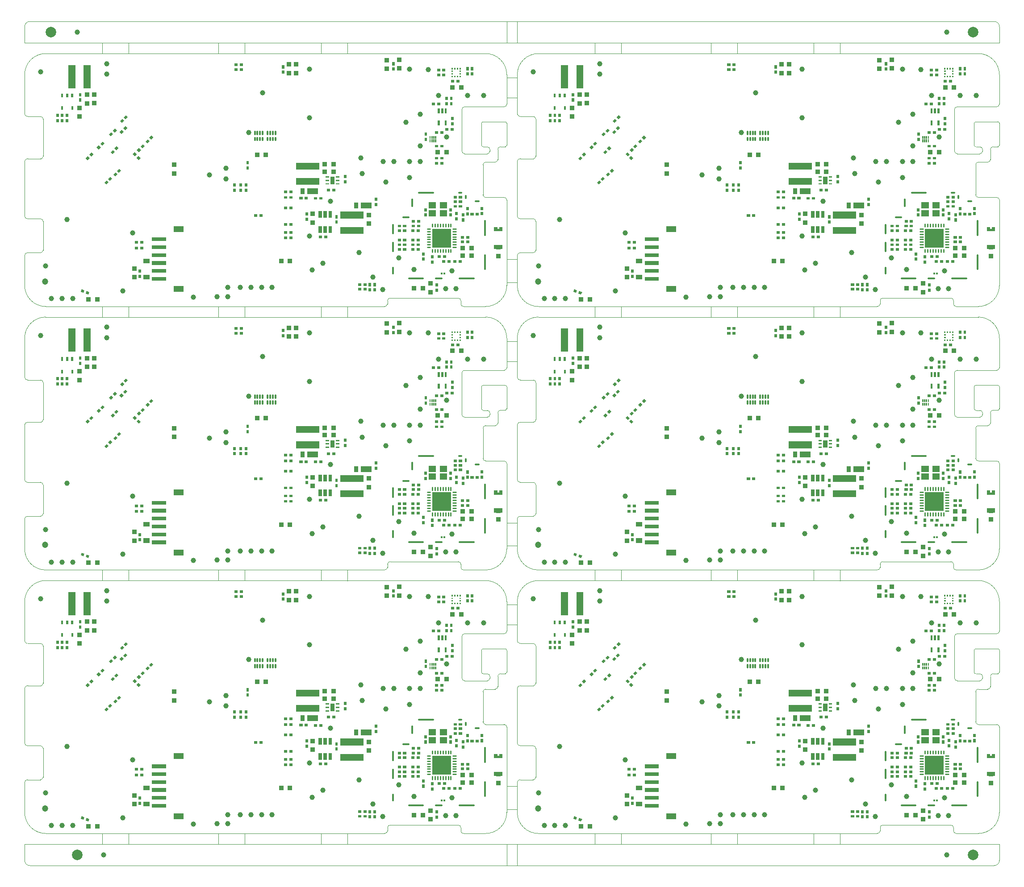
<source format=gbp>
*
%FSLAX26Y26*%
%MOIN*%
%ADD10R,0.035430X0.035430*%
%ADD11R,0.019690X0.019690*%
%ADD12C,0.013780*%
%ADD13C,0.047240*%
%ADD14R,0.043310X0.043310*%
%ADD15C,0.039370*%
%ADD16R,0.051180X0.051180*%
%ADD17C,0.012000*%
%ADD18R,0.033470X0.033470*%
%ADD19R,0.013780X0.013780*%
%ADD20R,0.007870X0.007870*%
%ADD21R,0.025000X0.025000*%
%ADD22R,0.047240X0.047240*%
%ADD23R,0.009450X0.009450*%
%ADD24R,0.031500X0.031500*%
%ADD25R,0.027560X0.027560*%
%ADD26R,0.015750X0.015750*%
%ADD27R,0.025590X0.025590*%
%ADD28R,0.009840X0.009840*%
%ADD29R,0.141730X0.141730*%
%ADD30C,0.009840*%
%ADD31C,0.003937*%
%ADD32C,0.078740*%
%IPPOS*%
%LNsz06c02893a0.gbp*%
%LPD*%
G75*
G54D10*
X3029480Y346594D03*
Y411594D03*
X3535430Y617104D03*
Y682104D03*
X2027480Y1984654D03*
Y2049654D03*
X1972480D03*
Y1984654D03*
X1116300Y1234484D03*
Y1299484D03*
X818480Y459654D03*
Y524654D03*
X409500Y1659394D03*
Y1724394D03*
X464500Y1822394D03*
Y1757394D03*
X2701930Y2015964D03*
Y2080964D03*
X2796930Y2018484D03*
Y2083484D03*
X520500Y1758394D03*
Y1823394D03*
X2567930Y859754D03*
Y924754D03*
X2148930Y866754D03*
Y931754D03*
G54D11*
X2834195Y666464D02*
X2838125D01*
X2794825D02*
X2798755D01*
X2834195Y701464D02*
X2838125D01*
X2794825D02*
X2798755D01*
X2834195Y806464D02*
X2838125D01*
X2794825D02*
X2798755D01*
X2834195Y841464D02*
X2838125D01*
X2794825D02*
X2798755D01*
X2939765Y876324D02*
X2943695D01*
X2900385D02*
X2904315D01*
X3306205Y722154D02*
X3310135D01*
X3266835D02*
X3270765D01*
X3092995Y613144D02*
X3096925D01*
X3132365D02*
X3136295D01*
X3211355Y988144D02*
X3215285D01*
X3250725D02*
X3254655D01*
X3250725Y1022144D02*
X3254655D01*
X3211355D02*
X3215285D01*
X3125825Y576154D02*
X3129755D01*
X3165205D02*
X3169135D01*
X3112205Y1438154D02*
X3116135D01*
X3072835D02*
X3076765D01*
X3112205Y1541154D02*
X3116135D01*
X3072835D02*
X3076765D01*
X3248195Y576154D02*
X3252125D01*
X3208825D02*
X3212755D01*
X2834195Y736464D02*
X2838125D01*
X2794825D02*
X2798755D01*
X2939585Y841694D02*
X2943515D01*
X2900205D02*
X2904135D01*
X2934645Y806464D02*
X2938575D01*
X2895275D02*
X2899205D01*
X2934645Y736464D02*
X2938575D01*
X2895275D02*
X2899205D01*
X2934645Y701464D02*
X2938575D01*
X2895275D02*
X2899205D01*
X2934645Y666464D02*
X2938575D01*
X2895275D02*
X2899205D01*
X3376715Y931144D02*
X3380645D01*
X3337345D02*
X3341275D01*
X2305195Y1109154D02*
X2309125D01*
X2265835D02*
X2269765D01*
X832645Y677984D02*
X836575D01*
X872015D02*
X875945D01*
X3266835Y757154D02*
X3270765D01*
X3306205D02*
X3310135D01*
X1723645Y920984D02*
X1727575D01*
X1763015D02*
X1766945D01*
X1945275Y853464D02*
X1949205D01*
X1984645D02*
X1988575D01*
X1984645Y977984D02*
X1988575D01*
X1945275D02*
X1949205D01*
X1945275Y1054984D02*
X1949205D01*
X1984645D02*
X1988575D01*
X1984645Y1096984D02*
X1988575D01*
X1945275D02*
X1949205D01*
X1945275Y753464D02*
X1949205D01*
X1984645D02*
X1988575D01*
X833345Y719144D02*
X837275D01*
X872715D02*
X876645D01*
X1945275Y793464D02*
X1949205D01*
X1984645D02*
X1988575D01*
X3127215Y1970154D02*
X3131145D01*
X3087845D02*
X3091775D01*
X3127215Y2005984D02*
X3131145D01*
X3087845D02*
X3091775D01*
X3211355Y1055144D02*
X3215285D01*
X3250725D02*
X3254655D01*
X2539645Y403464D02*
X2543575D01*
X2500275D02*
X2504205D01*
X2500275Y368464D02*
X2504205D01*
X2539645D02*
X2543575D01*
X1576825Y2046154D02*
X1580755D01*
X1616205D02*
X1620135D01*
X1576825Y2009154D02*
X1580755D01*
X1616205D02*
X1620135D01*
X3088195Y1753154D02*
X3092125D01*
X3048835D02*
X3052765D01*
X3149825Y1562154D02*
X3153755D01*
X3189195D02*
X3193125D01*
X3231215Y1922984D02*
X3235145D01*
X3191845D02*
X3195775D01*
X2060825Y1049154D02*
X2064755D01*
X2100195D02*
X2104125D01*
X2169825Y1048154D02*
X2173755D01*
X2209195D02*
X2213125D01*
X2204845Y760984D02*
X2208775D01*
X2244215D02*
X2248145D01*
X3112205Y1348154D02*
X3116135D01*
X3072835D02*
X3076765D01*
X3111195Y1310154D02*
X3115125D01*
X3071835D02*
X3075765D01*
G54D10*
X1979800Y578984D03*
X1914800D03*
X3259000Y1877984D03*
X3194000D03*
X3269980Y677154D03*
X3334980D03*
X1734430Y1373464D03*
X1799430D03*
X541430Y293464D03*
X476430D03*
X3334980Y621154D03*
X3269980D03*
X3147980Y1394154D03*
X3082980D03*
X2971500Y376144D03*
X2906500D03*
X2240980Y1248154D03*
X2305980D03*
Y1303154D03*
X2240980D03*
G54D12*
X2943895Y1090544D02*
X3048225D01*
X3247045Y448814D02*
X3351375D01*
X2869095D02*
X2973425D01*
X2748030Y652554D02*
Y717515D01*
Y786414D02*
Y851375D01*
G54D13*
X154000Y427144D03*
G54D11*
X3184480Y1753509D02*
Y1757439D01*
Y1792869D02*
Y1796799D01*
X2994480Y1524869D02*
Y1528799D01*
Y1485509D02*
Y1489439D01*
X3043480Y570499D02*
Y574429D01*
Y609869D02*
Y613799D01*
X2976480Y591499D02*
Y595429D01*
Y630869D02*
Y634799D01*
X3077000Y398869D02*
Y402799D01*
Y359499D02*
Y363429D01*
X2993000Y960869D02*
Y964799D01*
Y921499D02*
Y925429D01*
X3180000Y921499D02*
Y925429D01*
Y960869D02*
Y964799D01*
X3413000Y931499D02*
Y935429D01*
Y970869D02*
Y974799D01*
X3306000Y930499D02*
Y934429D01*
Y969869D02*
Y973799D01*
X2611930Y361809D02*
Y365739D01*
Y401179D02*
Y405109D01*
X2576930Y361809D02*
Y365739D01*
Y401179D02*
Y405109D01*
X1928480Y2027879D02*
Y2031809D01*
Y1988499D02*
Y1992429D01*
X859480Y502879D02*
Y506809D01*
Y463509D02*
Y467439D01*
X1664500Y1311619D02*
Y1315549D01*
Y1272239D02*
Y1276169D01*
X3222480Y931869D02*
Y935799D01*
Y892499D02*
Y896429D01*
X1611930Y1106809D02*
Y1110739D01*
Y1146179D02*
Y1150109D01*
X1651930Y1146179D02*
Y1150109D01*
Y1106809D02*
Y1110739D01*
X1566930Y1106809D02*
Y1110739D01*
Y1146179D02*
Y1150109D01*
X315500Y1666699D02*
Y1670629D01*
Y1627329D02*
Y1631259D01*
X414500Y1781249D02*
Y1785179D01*
Y1820609D02*
Y1824539D01*
X2751930Y2011809D02*
Y2015739D01*
Y2051179D02*
Y2055109D01*
X245500Y1627559D02*
Y1631489D01*
Y1666929D02*
Y1670859D01*
X280500Y1666929D02*
Y1670859D01*
Y1627559D02*
Y1631489D01*
X2621930Y999339D02*
Y1003269D01*
Y1038709D02*
Y1042639D01*
X3273000Y884499D02*
Y888429D01*
Y923869D02*
Y927799D01*
X3305500Y2014699D02*
Y2018629D01*
Y1975329D02*
Y1979259D01*
X3340500Y1975329D02*
Y1979259D01*
Y2014699D02*
Y2018629D01*
X2393480Y1169509D02*
Y1173439D01*
Y1208879D02*
Y1212809D01*
X2327650Y907869D02*
Y911799D01*
Y868499D02*
Y872429D01*
X2104930Y929979D02*
Y933909D01*
Y890609D02*
Y894539D01*
X3191480Y1602509D02*
Y1606439D01*
Y1641869D02*
Y1645799D01*
X3148480Y1792869D02*
Y1796799D01*
Y1753509D02*
Y1757439D01*
G54D14*
X1133865Y818894D02*
X1165355D01*
X1133865Y370074D02*
X1165355D01*
G54D15*
X1777480Y1835154D03*
X2673230Y366134D03*
X3149610Y1507874D03*
X3220470Y374014D03*
X2952760Y1440944D03*
X1515750Y381884D03*
X1610240D03*
X1688980D03*
X1767720D03*
X2496060Y641724D03*
X2874020Y1322834D03*
X118110Y1992124D03*
X3141730Y374014D03*
X157480Y542404D03*
X1846460Y381884D03*
X3307090Y1814954D03*
X2952760Y1677164D03*
X2846460Y1618104D03*
X3011810Y2010914D03*
X807090Y791334D03*
X733480Y358154D03*
X2874020Y2011804D03*
X3090550Y1814954D03*
X2507870Y1350394D03*
X2224410Y562984D03*
X3425200Y1814954D03*
X2598420Y460624D03*
X1377950Y1224404D03*
X2519690Y1232284D03*
X1503940Y1271654D03*
Y1192914D03*
X1673230Y1539364D03*
X2755900Y1322834D03*
X2125980Y1649604D03*
Y2011804D03*
X2283460Y1027554D03*
X2874020Y1204724D03*
X2905510Y515744D03*
X3188980Y507874D03*
X2791340Y602354D03*
X2952760Y1322834D03*
X314960Y889764D03*
X2677170Y1322834D03*
X1437010Y314064D03*
X2696850Y1169284D03*
X1259840Y310124D03*
X2125980Y766814D03*
X1515750Y314064D03*
X358270Y299214D03*
X279530D03*
X200790D03*
X2145670Y511804D03*
X614170Y1975474D03*
Y2054214D03*
G36*
X823990Y1362664D02*
X807290Y1379364D01*
X821210Y1393284D01*
X837910Y1376584D01*
X823990Y1362664D01*
G37*
G36*
X851830Y1334824D02*
X835130Y1351524D01*
X849050Y1365444D01*
X865750Y1348744D01*
X851830Y1334824D01*
G37*
G54D16*
X2051455Y1175064D02*
X2173505D01*
X2051455Y1289244D02*
X2173505D01*
X2381905Y923344D02*
X2503955D01*
X2381905Y809174D02*
X2503955D01*
G54D17*
X1871030Y1526094D02*
Y1545094D01*
X1851340Y1526094D02*
Y1545094D01*
X1831660Y1526094D02*
Y1545094D01*
X1811970Y1526094D02*
Y1545094D01*
Y1481614D02*
Y1500614D01*
X1831660Y1481614D02*
Y1500614D01*
X1851340Y1481614D02*
Y1500614D01*
X1871030Y1481614D02*
Y1500614D01*
X1777030Y1526094D02*
Y1545094D01*
X1757340Y1526094D02*
Y1545094D01*
X1737660Y1526094D02*
Y1545094D01*
X1717970Y1526094D02*
Y1545094D01*
Y1481614D02*
Y1500614D01*
X1737660Y1481614D02*
Y1500614D01*
X1757340Y1481614D02*
Y1500614D01*
X1777030Y1481614D02*
Y1500614D01*
G54D16*
X352410Y1895869D02*
Y2017919D01*
X466580Y1895869D02*
Y2017919D01*
G54D18*
X901595Y580194D02*
X915365D01*
X901595Y460114D02*
X915365D01*
G54D19*
X3132380Y486154D03*
X3111510D03*
G54D12*
X2748030Y485234D02*
Y530514D01*
X2825790Y905504D02*
X2867130D01*
X2893700Y990154D02*
Y1041334D01*
X3243110Y1090544D02*
X3260830D01*
X3291340Y1050194D02*
Y1067914D01*
X3367125Y1027554D02*
X3388775D01*
X3437010Y774599D02*
Y878930D01*
Y518699D02*
Y623030D01*
X3067910Y448814D02*
X3113190D01*
G54D20*
X3068150Y1471464D02*
Y1484464D01*
X3054370Y1471464D02*
Y1484464D01*
X3040590Y1471464D02*
Y1484464D01*
X3026810Y1471464D02*
Y1484464D01*
Y1497844D02*
Y1510844D01*
X3040590Y1497844D02*
Y1510844D01*
X3054370Y1497844D02*
Y1510844D01*
X3068150Y1497844D02*
Y1510844D01*
G54D21*
X2242930Y914754D02*
Y939754D01*
X2280330Y914754D02*
Y939754D01*
Y802754D02*
Y827754D01*
X2242930Y802754D02*
Y827754D01*
X2205530Y802754D02*
Y827754D01*
Y914754D02*
Y939754D01*
G54D22*
X3122060Y937094D02*
X3129940D01*
X3039380D02*
X3047260D01*
X3039380Y996144D02*
X3047260D01*
X3122060D02*
X3129940D01*
G54D23*
X2252020Y1207744D02*
X2268160D01*
X2252020Y1182154D02*
X2268160D01*
X2252020Y1156564D02*
X2268160D01*
X2328800D02*
X2344940D01*
X2328800Y1182154D02*
X2344940D01*
X2328800Y1207744D02*
X2344940D01*
G54D24*
X2298480Y1170344D02*
Y1193964D01*
G36*
X440160Y342704D02*
X417960Y350784D01*
X424700Y369284D01*
X446900Y361204D01*
X440160Y342704D01*
G37*
G36*
X477160Y329234D02*
X454960Y337314D01*
X461700Y355814D01*
X483900Y347734D01*
X477160Y329234D01*
G37*
G36*
X712290Y1626764D02*
X728990Y1643464D01*
X742910Y1629544D01*
X726210Y1612844D01*
X712290Y1626764D01*
G37*
G36*
X740130Y1654604D02*
X756830Y1671304D01*
X770750Y1657384D01*
X754050Y1640684D01*
X740130Y1654604D01*
G37*
G36*
X707290Y1543764D02*
X723990Y1560464D01*
X737910Y1546544D01*
X721210Y1529844D01*
X707290Y1543764D01*
G37*
G36*
X735130Y1571604D02*
X751830Y1588304D01*
X765750Y1574384D01*
X749050Y1557684D01*
X735130Y1571604D01*
G37*
G36*
X865130Y1436604D02*
X881830Y1453304D01*
X895750Y1439384D01*
X879050Y1422684D01*
X865130Y1436604D01*
G37*
G36*
X837290Y1408764D02*
X853990Y1425464D01*
X867910Y1411544D01*
X851210Y1394844D01*
X837290Y1408764D01*
G37*
G36*
X930130Y1501604D02*
X946830Y1518304D01*
X960750Y1504384D01*
X944050Y1487684D01*
X930130Y1501604D01*
G37*
G36*
X902290Y1473764D02*
X918990Y1490464D01*
X932910Y1476544D01*
X916210Y1459844D01*
X902290Y1473764D01*
G37*
G36*
X481740Y1375264D02*
X498440Y1391964D01*
X512360Y1378044D01*
X495660Y1361344D01*
X481740Y1375264D01*
G37*
G36*
X453910Y1347424D02*
X470610Y1364124D01*
X484530Y1350204D01*
X467830Y1333504D01*
X453910Y1347424D01*
G37*
G36*
X537290Y1428764D02*
X553990Y1445464D01*
X567910Y1431544D01*
X551210Y1414844D01*
X537290Y1428764D01*
G37*
G36*
X565130Y1456604D02*
X581830Y1473304D01*
X595750Y1459384D01*
X579050Y1442684D01*
X565130Y1456604D01*
G37*
G36*
X670130Y1421604D02*
X686830Y1438304D01*
X700750Y1424384D01*
X684050Y1407684D01*
X670130Y1421604D01*
G37*
G36*
X642290Y1393764D02*
X658990Y1410464D01*
X672910Y1396544D01*
X656210Y1379844D01*
X642290Y1393764D01*
G37*
G36*
X662410Y1226574D02*
X679110Y1243274D01*
X693030Y1229354D01*
X676330Y1212654D01*
X662410Y1226574D01*
G37*
G36*
X690250Y1254414D02*
X706950Y1271114D01*
X720870Y1257194D01*
X704170Y1240494D01*
X690250Y1254414D01*
G37*
G36*
X594610Y1166084D02*
X611310Y1182784D01*
X625230Y1168864D01*
X608530Y1152164D01*
X594610Y1166084D01*
G37*
G36*
X622450Y1193924D02*
X639150Y1210624D01*
X653070Y1196704D01*
X636370Y1180004D01*
X622450Y1193924D01*
G37*
G36*
X657210Y1554604D02*
X673910Y1571304D01*
X687830Y1557384D01*
X671130Y1540684D01*
X657210Y1554604D01*
G37*
G36*
X629370Y1526764D02*
X646070Y1543464D01*
X659990Y1529544D01*
X643290Y1512844D01*
X629370Y1526764D01*
G37*
G54D25*
X964570Y742114D02*
X1043310D01*
X964570Y683064D02*
X1043310D01*
X964570Y624004D02*
X1043310D01*
X964570Y564954D02*
X1043310D01*
X964570Y505894D02*
X1043310D01*
X964570Y446844D02*
X1043310D01*
G54D26*
X279090Y1716499D02*
Y1728309D01*
X355870Y1716499D02*
Y1728309D01*
X353900Y1810989D02*
Y1822799D01*
X316500Y1810989D02*
Y1822799D01*
X279090Y1810989D02*
Y1822799D01*
X3527555Y811024D02*
X3543305D01*
G54D27*
X3554130Y815939D02*
Y821849D01*
X3516730Y815939D02*
Y821849D01*
G54D24*
X3519685Y685034D02*
X3551175D01*
G54D26*
X3091890Y1602634D02*
Y1622314D01*
X3143070Y1602634D02*
Y1622314D01*
Y1691224D02*
Y1710904D01*
X3117480Y1691224D02*
Y1710904D01*
X3091890Y1691224D02*
Y1710904D01*
G54D28*
X3191970Y2016009D02*
Y2016999D01*
X3211650Y2016009D02*
Y2016999D01*
X3231340Y2016009D02*
Y2016999D01*
X3251020Y2016009D02*
Y2016999D01*
Y1956959D02*
Y1957949D01*
X3231340Y1956959D02*
Y1957949D01*
X3211650Y1956959D02*
Y1957949D01*
X3191970Y1956959D02*
Y1957949D01*
X3250535Y1996824D02*
X3251525D01*
X3250525Y1977134D02*
X3251515D01*
X3191475Y1977144D02*
X3192465D01*
X3191475Y1996824D02*
X3192465D01*
G54D24*
X2074080Y1097249D02*
Y1109059D01*
X2474530Y988349D02*
Y1000159D01*
G54D14*
X2131165Y1103154D02*
X2166595D01*
X2531615Y994254D02*
X2567045D01*
G54D29*
X3111930Y751464D03*
G54D30*
X3180830Y836104D02*
Y857764D01*
X3161140Y836104D02*
Y857764D01*
X3141460Y836104D02*
Y857764D01*
X3121770Y836104D02*
Y857764D01*
X3102090Y836104D02*
Y857764D01*
X3082400Y836104D02*
Y857764D01*
X3062720Y836104D02*
Y857764D01*
X3043030Y836104D02*
Y857764D01*
Y645154D02*
Y666814D01*
X3062720Y645154D02*
Y666814D01*
X3082400Y645154D02*
Y666814D01*
X3102090Y645154D02*
Y666814D01*
X3121770Y645154D02*
Y666814D01*
X3141460Y645154D02*
Y666814D01*
X3161140Y645154D02*
Y666814D01*
X3180830Y645154D02*
Y666814D01*
X3005630Y820364D02*
X3027290D01*
X3005630Y800674D02*
X3027290D01*
X3005630Y780994D02*
X3027290D01*
X3005630Y761304D02*
X3027290D01*
X3005630Y741614D02*
X3027290D01*
X3005630Y721934D02*
X3027290D01*
X3005630Y702244D02*
X3027290D01*
X3005630Y682564D02*
X3027290D01*
X3196570D02*
X3218230D01*
X3196570Y702244D02*
X3218230D01*
X3196570Y721934D02*
X3218230D01*
X3196570Y741614D02*
X3218230D01*
X3196570Y761304D02*
X3218230D01*
X3196570Y780994D02*
X3218230D01*
X3196570Y800674D02*
X3218230D01*
X3196570Y820364D02*
X3218230D01*
G54D10*
X3029480Y2315094D03*
Y2380094D03*
X3535430Y2585604D03*
Y2650604D03*
X2027480Y3953154D03*
Y4018154D03*
X1972480D03*
Y3953154D03*
X1116300Y3202984D03*
Y3267984D03*
X818480Y2428154D03*
Y2493154D03*
X409500Y3627894D03*
Y3692894D03*
X464500Y3790894D03*
Y3725894D03*
X2701930Y3984464D03*
Y4049464D03*
X2796930Y3986984D03*
Y4051984D03*
X520500Y3726894D03*
Y3791894D03*
X2567930Y2828254D03*
Y2893254D03*
X2148930Y2835254D03*
Y2900254D03*
G54D11*
X2834195Y2634964D02*
X2838125D01*
X2794825D02*
X2798755D01*
X2834195Y2669964D02*
X2838125D01*
X2794825D02*
X2798755D01*
X2834195Y2774964D02*
X2838125D01*
X2794825D02*
X2798755D01*
X2834195Y2809964D02*
X2838125D01*
X2794825D02*
X2798755D01*
X2939765Y2844824D02*
X2943695D01*
X2900385D02*
X2904315D01*
X3306205Y2690654D02*
X3310135D01*
X3266835D02*
X3270765D01*
X3092995Y2581644D02*
X3096925D01*
X3132365D02*
X3136295D01*
X3211355Y2956644D02*
X3215285D01*
X3250725D02*
X3254655D01*
X3250725Y2990644D02*
X3254655D01*
X3211355D02*
X3215285D01*
X3125825Y2544654D02*
X3129755D01*
X3165205D02*
X3169135D01*
X3112205Y3406654D02*
X3116135D01*
X3072835D02*
X3076765D01*
X3112205Y3509654D02*
X3116135D01*
X3072835D02*
X3076765D01*
X3248195Y2544654D02*
X3252125D01*
X3208825D02*
X3212755D01*
X2834195Y2704964D02*
X2838125D01*
X2794825D02*
X2798755D01*
X2939585Y2810194D02*
X2943515D01*
X2900205D02*
X2904135D01*
X2934645Y2774964D02*
X2938575D01*
X2895275D02*
X2899205D01*
X2934645Y2704964D02*
X2938575D01*
X2895275D02*
X2899205D01*
X2934645Y2669964D02*
X2938575D01*
X2895275D02*
X2899205D01*
X2934645Y2634964D02*
X2938575D01*
X2895275D02*
X2899205D01*
X3376715Y2899644D02*
X3380645D01*
X3337345D02*
X3341275D01*
X2305195Y3077654D02*
X2309125D01*
X2265835D02*
X2269765D01*
X832645Y2646484D02*
X836575D01*
X872015D02*
X875945D01*
X3266835Y2725654D02*
X3270765D01*
X3306205D02*
X3310135D01*
X1723645Y2889484D02*
X1727575D01*
X1763015D02*
X1766945D01*
X1945275Y2821964D02*
X1949205D01*
X1984645D02*
X1988575D01*
X1984645Y2946484D02*
X1988575D01*
X1945275D02*
X1949205D01*
X1945275Y3023484D02*
X1949205D01*
X1984645D02*
X1988575D01*
X1984645Y3065484D02*
X1988575D01*
X1945275D02*
X1949205D01*
X1945275Y2721964D02*
X1949205D01*
X1984645D02*
X1988575D01*
X833345Y2687644D02*
X837275D01*
X872715D02*
X876645D01*
X1945275Y2761964D02*
X1949205D01*
X1984645D02*
X1988575D01*
X3127215Y3938654D02*
X3131145D01*
X3087845D02*
X3091775D01*
X3127215Y3974484D02*
X3131145D01*
X3087845D02*
X3091775D01*
X3211355Y3023644D02*
X3215285D01*
X3250725D02*
X3254655D01*
X2539645Y2371964D02*
X2543575D01*
X2500275D02*
X2504205D01*
X2500275Y2336964D02*
X2504205D01*
X2539645D02*
X2543575D01*
X1576825Y4014654D02*
X1580755D01*
X1616205D02*
X1620135D01*
X1576825Y3977654D02*
X1580755D01*
X1616205D02*
X1620135D01*
X3088195Y3721654D02*
X3092125D01*
X3048835D02*
X3052765D01*
X3149825Y3530654D02*
X3153755D01*
X3189195D02*
X3193125D01*
X3231215Y3891484D02*
X3235145D01*
X3191845D02*
X3195775D01*
X2060825Y3017654D02*
X2064755D01*
X2100195D02*
X2104125D01*
X2169825Y3016654D02*
X2173755D01*
X2209195D02*
X2213125D01*
X2204845Y2729484D02*
X2208775D01*
X2244215D02*
X2248145D01*
X3112205Y3316654D02*
X3116135D01*
X3072835D02*
X3076765D01*
X3111195Y3278654D02*
X3115125D01*
X3071835D02*
X3075765D01*
G54D10*
X1979800Y2547484D03*
X1914800D03*
X3259000Y3846484D03*
X3194000D03*
X3269980Y2645654D03*
X3334980D03*
X1734430Y3341964D03*
X1799430D03*
X541430Y2261964D03*
X476430D03*
X3334980Y2589654D03*
X3269980D03*
X3147980Y3362654D03*
X3082980D03*
X2971500Y2344644D03*
X2906500D03*
X2240980Y3216654D03*
X2305980D03*
Y3271654D03*
X2240980D03*
G54D12*
X2943895Y3059044D02*
X3048225D01*
X3247045Y2417314D02*
X3351375D01*
X2869095D02*
X2973425D01*
X2748030Y2621054D02*
Y2686015D01*
Y2754914D02*
Y2819875D01*
G54D13*
X154000Y2395644D03*
G54D11*
X3184480Y3722009D02*
Y3725939D01*
Y3761369D02*
Y3765299D01*
X2994480Y3493369D02*
Y3497299D01*
Y3454009D02*
Y3457939D01*
X3043480Y2539000D02*
Y2542929D01*
Y2578369D02*
Y2582299D01*
X2976480Y2560000D02*
Y2563929D01*
Y2599369D02*
Y2603299D01*
X3077000Y2367369D02*
Y2371299D01*
Y2328000D02*
Y2331929D01*
X2993000Y2929369D02*
Y2933299D01*
Y2890000D02*
Y2893929D01*
X3180000Y2890000D02*
Y2893929D01*
Y2929369D02*
Y2933299D01*
X3413000Y2900000D02*
Y2903929D01*
Y2939369D02*
Y2943299D01*
X3306000Y2899000D02*
Y2902929D01*
Y2938369D02*
Y2942299D01*
X2611930Y2330309D02*
Y2334239D01*
Y2369679D02*
Y2373609D01*
X2576930Y2330309D02*
Y2334239D01*
Y2369679D02*
Y2373609D01*
X1928480Y3996379D02*
Y4000309D01*
Y3957000D02*
Y3960929D01*
X859480Y2471379D02*
Y2475309D01*
Y2432009D02*
Y2435939D01*
X1664500Y3280119D02*
Y3284049D01*
Y3240739D02*
Y3244669D01*
X3222480Y2900369D02*
Y2904299D01*
Y2861000D02*
Y2864929D01*
X1611930Y3075309D02*
Y3079239D01*
Y3114679D02*
Y3118609D01*
X1651930Y3114679D02*
Y3118609D01*
Y3075309D02*
Y3079239D01*
X1566930Y3075309D02*
Y3079239D01*
Y3114679D02*
Y3118609D01*
X315500Y3635200D02*
Y3639129D01*
Y3595829D02*
Y3599759D01*
X414500Y3749750D02*
Y3753679D01*
Y3789109D02*
Y3793039D01*
X2751930Y3980309D02*
Y3984239D01*
Y4019679D02*
Y4023609D01*
X245500Y3596059D02*
Y3599989D01*
Y3635429D02*
Y3639359D01*
X280500Y3635429D02*
Y3639359D01*
Y3596059D02*
Y3599989D01*
X2621930Y2967839D02*
Y2971769D01*
Y3007209D02*
Y3011139D01*
X3273000Y2853000D02*
Y2856929D01*
Y2892369D02*
Y2896299D01*
X3305500Y3983200D02*
Y3987129D01*
Y3943829D02*
Y3947759D01*
X3340500Y3943829D02*
Y3947759D01*
Y3983200D02*
Y3987129D01*
X2393480Y3138009D02*
Y3141939D01*
Y3177379D02*
Y3181309D01*
X2327650Y2876369D02*
Y2880299D01*
Y2837000D02*
Y2840929D01*
X2104930Y2898479D02*
Y2902409D01*
Y2859109D02*
Y2863039D01*
X3191480Y3571009D02*
Y3574939D01*
Y3610369D02*
Y3614299D01*
X3148480Y3761369D02*
Y3765299D01*
Y3722009D02*
Y3725939D01*
G54D14*
X1133865Y2787394D02*
X1165355D01*
X1133865Y2338574D02*
X1165355D01*
G54D15*
X1777480Y3803654D03*
X2673230Y2334634D03*
X3149610Y3476374D03*
X3220470Y2342514D03*
X2952760Y3409444D03*
X1515750Y2350384D03*
X1610240D03*
X1688980D03*
X1767720D03*
X2496060Y2610224D03*
X2874020Y3291334D03*
X118110Y3960624D03*
X3141730Y2342514D03*
X157480Y2510904D03*
X1846460Y2350384D03*
X3307090Y3783454D03*
X2952760Y3645664D03*
X2846460Y3586604D03*
X3011810Y3979414D03*
X807090Y2759834D03*
X733480Y2326654D03*
X2874020Y3980304D03*
X3090550Y3783454D03*
X2507870Y3318894D03*
X2224410Y2531484D03*
X3425200Y3783454D03*
X2598420Y2429124D03*
X1377950Y3192904D03*
X2519690Y3200784D03*
X1503940Y3240154D03*
Y3161414D03*
X1673230Y3507864D03*
X2755900Y3291334D03*
X2125980Y3618104D03*
Y3980304D03*
X2283460Y2996054D03*
X2874020Y3173224D03*
X2905510Y2484244D03*
X3188980Y2476374D03*
X2791340Y2570854D03*
X2952760Y3291334D03*
X314960Y2858264D03*
X2677170Y3291334D03*
X1437010Y2282564D03*
X2696850Y3137784D03*
X1259840Y2278624D03*
X2125980Y2735314D03*
X1515750Y2282564D03*
X358270Y2267714D03*
X279530D03*
X200790D03*
X2145670Y2480304D03*
X614170Y3943974D03*
Y4022714D03*
G36*
X823990Y3331164D02*
X807290Y3347864D01*
X821210Y3361784D01*
X837910Y3345084D01*
X823990Y3331164D01*
G37*
G36*
X851830Y3303324D02*
X835130Y3320024D01*
X849050Y3333944D01*
X865750Y3317244D01*
X851830Y3303324D01*
G37*
G54D16*
X2051455Y3143564D02*
X2173505D01*
X2051455Y3257744D02*
X2173505D01*
X2381905Y2891844D02*
X2503955D01*
X2381905Y2777674D02*
X2503955D01*
G54D17*
X1871030Y3494594D02*
Y3513594D01*
X1851340Y3494594D02*
Y3513594D01*
X1831660Y3494594D02*
Y3513594D01*
X1811970Y3494594D02*
Y3513594D01*
Y3450114D02*
Y3469114D01*
X1831660Y3450114D02*
Y3469114D01*
X1851340Y3450114D02*
Y3469114D01*
X1871030Y3450114D02*
Y3469114D01*
X1777030Y3494594D02*
Y3513594D01*
X1757340Y3494594D02*
Y3513594D01*
X1737660Y3494594D02*
Y3513594D01*
X1717970Y3494594D02*
Y3513594D01*
Y3450114D02*
Y3469114D01*
X1737660Y3450114D02*
Y3469114D01*
X1757340Y3450114D02*
Y3469114D01*
X1777030Y3450114D02*
Y3469114D01*
G54D16*
X352410Y3864369D02*
Y3986419D01*
X466580Y3864369D02*
Y3986419D01*
G54D18*
X901595Y2548694D02*
X915365D01*
X901595Y2428614D02*
X915365D01*
G54D19*
X3132380Y2454654D03*
X3111510D03*
G54D12*
X2748030Y2453734D02*
Y2499015D01*
X2825790Y2874004D02*
X2867130D01*
X2893700Y2958654D02*
Y3009835D01*
X3243110Y3059044D02*
X3260830D01*
X3291340Y3018694D02*
Y3036415D01*
X3367125Y2996054D02*
X3388775D01*
X3437010Y2743099D02*
Y2847430D01*
Y2487199D02*
Y2591530D01*
X3067910Y2417314D02*
X3113190D01*
G54D20*
X3068150Y3439964D02*
Y3452964D01*
X3054370Y3439964D02*
Y3452964D01*
X3040590Y3439964D02*
Y3452964D01*
X3026810Y3439964D02*
Y3452964D01*
Y3466344D02*
Y3479344D01*
X3040590Y3466344D02*
Y3479344D01*
X3054370Y3466344D02*
Y3479344D01*
X3068150Y3466344D02*
Y3479344D01*
G54D21*
X2242930Y2883254D02*
Y2908254D01*
X2280330Y2883254D02*
Y2908254D01*
Y2771254D02*
Y2796254D01*
X2242930Y2771254D02*
Y2796254D01*
X2205530Y2771254D02*
Y2796254D01*
Y2883254D02*
Y2908254D01*
G54D22*
X3122060Y2905594D02*
X3129940D01*
X3039380D02*
X3047260D01*
X3039380Y2964644D02*
X3047260D01*
X3122060D02*
X3129940D01*
G54D23*
X2252020Y3176244D02*
X2268160D01*
X2252020Y3150654D02*
X2268160D01*
X2252020Y3125064D02*
X2268160D01*
X2328800D02*
X2344940D01*
X2328800Y3150654D02*
X2344940D01*
X2328800Y3176244D02*
X2344940D01*
G54D24*
X2298480Y3138844D02*
Y3162464D01*
G36*
X440160Y2311204D02*
X417960Y2319284D01*
X424700Y2337784D01*
X446900Y2329704D01*
X440160Y2311204D01*
G37*
G36*
X477160Y2297734D02*
X454960Y2305814D01*
X461700Y2324314D01*
X483900Y2316234D01*
X477160Y2297734D01*
G37*
G36*
X712290Y3595264D02*
X728990Y3611964D01*
X742910Y3598044D01*
X726210Y3581344D01*
X712290Y3595264D01*
G37*
G36*
X740130Y3623104D02*
X756830Y3639804D01*
X770750Y3625884D01*
X754050Y3609184D01*
X740130Y3623104D01*
G37*
G36*
X707290Y3512264D02*
X723990Y3528964D01*
X737910Y3515044D01*
X721210Y3498344D01*
X707290Y3512264D01*
G37*
G36*
X735130Y3540104D02*
X751830Y3556804D01*
X765750Y3542884D01*
X749050Y3526184D01*
X735130Y3540104D01*
G37*
G36*
X865130Y3405104D02*
X881830Y3421804D01*
X895750Y3407884D01*
X879050Y3391184D01*
X865130Y3405104D01*
G37*
G36*
X837290Y3377264D02*
X853990Y3393964D01*
X867910Y3380044D01*
X851210Y3363344D01*
X837290Y3377264D01*
G37*
G36*
X930130Y3470104D02*
X946830Y3486804D01*
X960750Y3472884D01*
X944050Y3456184D01*
X930130Y3470104D01*
G37*
G36*
X902290Y3442264D02*
X918990Y3458964D01*
X932910Y3445044D01*
X916210Y3428344D01*
X902290Y3442264D01*
G37*
G36*
X481740Y3343764D02*
X498440Y3360464D01*
X512360Y3346544D01*
X495660Y3329844D01*
X481740Y3343764D01*
G37*
G36*
X453910Y3315925D02*
X470610Y3332625D01*
X484530Y3318704D01*
X467830Y3302004D01*
X453910Y3315925D01*
G37*
G36*
X537290Y3397264D02*
X553990Y3413964D01*
X567910Y3400044D01*
X551210Y3383344D01*
X537290Y3397264D01*
G37*
G36*
X565130Y3425104D02*
X581830Y3441804D01*
X595750Y3427884D01*
X579050Y3411184D01*
X565130Y3425104D01*
G37*
G36*
X670130Y3390104D02*
X686830Y3406804D01*
X700750Y3392884D01*
X684050Y3376184D01*
X670130Y3390104D01*
G37*
G36*
X642290Y3362264D02*
X658990Y3378964D01*
X672910Y3365044D01*
X656210Y3348344D01*
X642290Y3362264D01*
G37*
G36*
X662410Y3195075D02*
X679110Y3211775D01*
X693030Y3197854D01*
X676330Y3181154D01*
X662410Y3195075D01*
G37*
G36*
X690250Y3222914D02*
X706950Y3239614D01*
X720870Y3225694D01*
X704170Y3208994D01*
X690250Y3222914D01*
G37*
G36*
X594610Y3134584D02*
X611310Y3151284D01*
X625230Y3137364D01*
X608530Y3120664D01*
X594610Y3134584D01*
G37*
G36*
X622450Y3162425D02*
X639150Y3179125D01*
X653070Y3165204D01*
X636370Y3148504D01*
X622450Y3162425D01*
G37*
G36*
X657210Y3523104D02*
X673910Y3539804D01*
X687830Y3525884D01*
X671130Y3509184D01*
X657210Y3523104D01*
G37*
G36*
X629370Y3495264D02*
X646070Y3511964D01*
X659990Y3498044D01*
X643290Y3481344D01*
X629370Y3495264D01*
G37*
G54D25*
X964570Y2710614D02*
X1043310D01*
X964570Y2651564D02*
X1043310D01*
X964570Y2592504D02*
X1043310D01*
X964570Y2533454D02*
X1043310D01*
X964570Y2474394D02*
X1043310D01*
X964570Y2415344D02*
X1043310D01*
G54D26*
X279090Y3684999D02*
Y3696809D01*
X355870Y3684999D02*
Y3696809D01*
X353900Y3779489D02*
Y3791299D01*
X316500Y3779489D02*
Y3791299D01*
X279090Y3779489D02*
Y3791299D01*
X3527555Y2779524D02*
X3543305D01*
G54D27*
X3554130Y2784439D02*
Y2790349D01*
X3516730Y2784439D02*
Y2790349D01*
G54D24*
X3519685Y2653534D02*
X3551175D01*
G54D26*
X3091890Y3571134D02*
Y3590814D01*
X3143070Y3571134D02*
Y3590814D01*
Y3659725D02*
Y3679404D01*
X3117480Y3659725D02*
Y3679404D01*
X3091890Y3659725D02*
Y3679404D01*
G54D28*
X3191970Y3984509D02*
Y3985499D01*
X3211650Y3984509D02*
Y3985499D01*
X3231340Y3984509D02*
Y3985499D01*
X3251020Y3984509D02*
Y3985499D01*
Y3925459D02*
Y3926449D01*
X3231340Y3925459D02*
Y3926449D01*
X3211650Y3925459D02*
Y3926449D01*
X3191970Y3925459D02*
Y3926449D01*
X3250535Y3965324D02*
X3251525D01*
X3250525Y3945634D02*
X3251515D01*
X3191475Y3945644D02*
X3192465D01*
X3191475Y3965324D02*
X3192465D01*
G54D24*
X2074080Y3065749D02*
Y3077559D01*
X2474530Y2956849D02*
Y2968659D01*
G54D14*
X2131165Y3071654D02*
X2166595D01*
X2531615Y2962754D02*
X2567045D01*
G54D29*
X3111930Y2719964D03*
G54D30*
X3180830Y2804604D02*
Y2826264D01*
X3161140Y2804604D02*
Y2826264D01*
X3141460Y2804604D02*
Y2826264D01*
X3121770Y2804604D02*
Y2826264D01*
X3102090Y2804604D02*
Y2826264D01*
X3082400Y2804604D02*
Y2826264D01*
X3062720Y2804604D02*
Y2826264D01*
X3043030Y2804604D02*
Y2826264D01*
Y2613654D02*
Y2635314D01*
X3062720Y2613654D02*
Y2635314D01*
X3082400Y2613654D02*
Y2635314D01*
X3102090Y2613654D02*
Y2635314D01*
X3121770Y2613654D02*
Y2635314D01*
X3141460Y2613654D02*
Y2635314D01*
X3161140Y2613654D02*
Y2635314D01*
X3180830Y2613654D02*
Y2635314D01*
X3005630Y2788864D02*
X3027290D01*
X3005630Y2769174D02*
X3027290D01*
X3005630Y2749494D02*
X3027290D01*
X3005630Y2729804D02*
X3027290D01*
X3005630Y2710114D02*
X3027290D01*
X3005630Y2690434D02*
X3027290D01*
X3005630Y2670744D02*
X3027290D01*
X3005630Y2651064D02*
X3027290D01*
X3196570D02*
X3218230D01*
X3196570Y2670744D02*
X3218230D01*
X3196570Y2690434D02*
X3218230D01*
X3196570Y2710114D02*
X3218230D01*
X3196570Y2729804D02*
X3218230D01*
X3196570Y2749494D02*
X3218230D01*
X3196570Y2769174D02*
X3218230D01*
X3196570Y2788864D02*
X3218230D01*
G54D10*
X3029480Y4283595D03*
Y4348595D03*
X3535430Y4554105D03*
Y4619105D03*
X2027480Y5921655D03*
Y5986655D03*
X1972480D03*
Y5921655D03*
X1116300Y5171485D03*
Y5236485D03*
X818480Y4396655D03*
Y4461655D03*
X409500Y5596395D03*
Y5661395D03*
X464500Y5759395D03*
Y5694395D03*
X2701930Y5952965D03*
Y6017965D03*
X2796930Y5955485D03*
Y6020485D03*
X520500Y5695395D03*
Y5760395D03*
X2567930Y4796755D03*
Y4861755D03*
X2148930Y4803755D03*
Y4868755D03*
G54D11*
X2834195Y4603465D02*
X2838125D01*
X2794825D02*
X2798755D01*
X2834195Y4638465D02*
X2838125D01*
X2794825D02*
X2798755D01*
X2834195Y4743465D02*
X2838125D01*
X2794825D02*
X2798755D01*
X2834195Y4778465D02*
X2838125D01*
X2794825D02*
X2798755D01*
X2939765Y4813325D02*
X2943695D01*
X2900385D02*
X2904315D01*
X3306205Y4659155D02*
X3310135D01*
X3266835D02*
X3270765D01*
X3092995Y4550145D02*
X3096925D01*
X3132365D02*
X3136295D01*
X3211355Y4925145D02*
X3215285D01*
X3250725D02*
X3254655D01*
X3250725Y4959145D02*
X3254655D01*
X3211355D02*
X3215285D01*
X3125825Y4513155D02*
X3129755D01*
X3165205D02*
X3169135D01*
X3112205Y5375155D02*
X3116135D01*
X3072835D02*
X3076765D01*
X3112205Y5478155D02*
X3116135D01*
X3072835D02*
X3076765D01*
X3248195Y4513155D02*
X3252125D01*
X3208825D02*
X3212755D01*
X2834195Y4673465D02*
X2838125D01*
X2794825D02*
X2798755D01*
X2939585Y4778695D02*
X2943515D01*
X2900205D02*
X2904135D01*
X2934645Y4743465D02*
X2938575D01*
X2895275D02*
X2899205D01*
X2934645Y4673465D02*
X2938575D01*
X2895275D02*
X2899205D01*
X2934645Y4638465D02*
X2938575D01*
X2895275D02*
X2899205D01*
X2934645Y4603465D02*
X2938575D01*
X2895275D02*
X2899205D01*
X3376715Y4868145D02*
X3380645D01*
X3337345D02*
X3341275D01*
X2305195Y5046155D02*
X2309125D01*
X2265835D02*
X2269765D01*
X832645Y4614985D02*
X836575D01*
X872015D02*
X875945D01*
X3266835Y4694155D02*
X3270765D01*
X3306205D02*
X3310135D01*
X1723645Y4857985D02*
X1727575D01*
X1763015D02*
X1766945D01*
X1945275Y4790465D02*
X1949205D01*
X1984645D02*
X1988575D01*
X1984645Y4914985D02*
X1988575D01*
X1945275D02*
X1949205D01*
X1945275Y4991985D02*
X1949205D01*
X1984645D02*
X1988575D01*
X1984645Y5033985D02*
X1988575D01*
X1945275D02*
X1949205D01*
X1945275Y4690465D02*
X1949205D01*
X1984645D02*
X1988575D01*
X833345Y4656145D02*
X837275D01*
X872715D02*
X876645D01*
X1945275Y4730465D02*
X1949205D01*
X1984645D02*
X1988575D01*
X3127215Y5907155D02*
X3131145D01*
X3087845D02*
X3091775D01*
X3127215Y5942985D02*
X3131145D01*
X3087845D02*
X3091775D01*
X3211355Y4992145D02*
X3215285D01*
X3250725D02*
X3254655D01*
X2539645Y4340465D02*
X2543575D01*
X2500275D02*
X2504205D01*
X2500275Y4305465D02*
X2504205D01*
X2539645D02*
X2543575D01*
X1576825Y5983155D02*
X1580755D01*
X1616205D02*
X1620135D01*
X1576825Y5946155D02*
X1580755D01*
X1616205D02*
X1620135D01*
X3088195Y5690155D02*
X3092125D01*
X3048835D02*
X3052765D01*
X3149825Y5499155D02*
X3153755D01*
X3189195D02*
X3193125D01*
X3231215Y5859985D02*
X3235145D01*
X3191845D02*
X3195775D01*
X2060825Y4986155D02*
X2064755D01*
X2100195D02*
X2104125D01*
X2169825Y4985155D02*
X2173755D01*
X2209195D02*
X2213125D01*
X2204845Y4697985D02*
X2208775D01*
X2244215D02*
X2248145D01*
X3112205Y5285155D02*
X3116135D01*
X3072835D02*
X3076765D01*
X3111195Y5247155D02*
X3115125D01*
X3071835D02*
X3075765D01*
G54D10*
X1979800Y4515985D03*
X1914800D03*
X3259000Y5814985D03*
X3194000D03*
X3269980Y4614155D03*
X3334980D03*
X1734430Y5310465D03*
X1799430D03*
X541430Y4230465D03*
X476430D03*
X3334980Y4558155D03*
X3269980D03*
X3147980Y5331155D03*
X3082980D03*
X2971500Y4313145D03*
X2906500D03*
X2240980Y5185155D03*
X2305980D03*
Y5240155D03*
X2240980D03*
G54D12*
X2943895Y5027545D02*
X3048225D01*
X3247045Y4385815D02*
X3351375D01*
X2869095D02*
X2973425D01*
X2748030Y4589554D02*
Y4654515D01*
Y4723414D02*
Y4788375D01*
G54D13*
X154000Y4364145D03*
G54D11*
X3184480Y5690510D02*
Y5694440D01*
Y5729870D02*
Y5733800D01*
X2994480Y5461870D02*
Y5465800D01*
Y5422510D02*
Y5426440D01*
X3043480Y4507500D02*
Y4511430D01*
Y4546870D02*
Y4550800D01*
X2976480Y4528500D02*
Y4532430D01*
Y4567870D02*
Y4571800D01*
X3077000Y4335870D02*
Y4339800D01*
Y4296500D02*
Y4300430D01*
X2993000Y4897870D02*
Y4901800D01*
Y4858500D02*
Y4862430D01*
X3180000Y4858500D02*
Y4862430D01*
Y4897870D02*
Y4901800D01*
X3413000Y4868500D02*
Y4872430D01*
Y4907870D02*
Y4911800D01*
X3306000Y4867500D02*
Y4871430D01*
Y4906870D02*
Y4910800D01*
X2611930Y4298810D02*
Y4302740D01*
Y4338180D02*
Y4342110D01*
X2576930Y4298810D02*
Y4302740D01*
Y4338180D02*
Y4342110D01*
X1928480Y5964880D02*
Y5968810D01*
Y5925500D02*
Y5929430D01*
X859480Y4439880D02*
Y4443810D01*
Y4400510D02*
Y4404440D01*
X1664500Y5248620D02*
Y5252550D01*
Y5209240D02*
Y5213170D01*
X3222480Y4868870D02*
Y4872800D01*
Y4829500D02*
Y4833430D01*
X1611930Y5043810D02*
Y5047740D01*
Y5083180D02*
Y5087110D01*
X1651930Y5083180D02*
Y5087110D01*
Y5043810D02*
Y5047740D01*
X1566930Y5043810D02*
Y5047740D01*
Y5083180D02*
Y5087110D01*
X315500Y5603700D02*
Y5607630D01*
Y5564330D02*
Y5568260D01*
X414500Y5718250D02*
Y5722180D01*
Y5757610D02*
Y5761540D01*
X2751930Y5948810D02*
Y5952740D01*
Y5988180D02*
Y5992110D01*
X245500Y5564560D02*
Y5568490D01*
Y5603930D02*
Y5607860D01*
X280500Y5603930D02*
Y5607860D01*
Y5564560D02*
Y5568490D01*
X2621930Y4936340D02*
Y4940270D01*
Y4975710D02*
Y4979640D01*
X3273000Y4821500D02*
Y4825430D01*
Y4860870D02*
Y4864800D01*
X3305500Y5951700D02*
Y5955630D01*
Y5912330D02*
Y5916260D01*
X3340500Y5912330D02*
Y5916260D01*
Y5951700D02*
Y5955630D01*
X2393480Y5106510D02*
Y5110440D01*
Y5145880D02*
Y5149810D01*
X2327650Y4844870D02*
Y4848800D01*
Y4805500D02*
Y4809430D01*
X2104930Y4866980D02*
Y4870910D01*
Y4827610D02*
Y4831540D01*
X3191480Y5539510D02*
Y5543440D01*
Y5578870D02*
Y5582800D01*
X3148480Y5729870D02*
Y5733800D01*
Y5690510D02*
Y5694440D01*
G54D14*
X1133865Y4755895D02*
X1165355D01*
X1133865Y4307075D02*
X1165355D01*
G54D15*
X1777480Y5772155D03*
X2673230Y4303135D03*
X3149610Y5444875D03*
X3220470Y4311015D03*
X2952760Y5377945D03*
X1515750Y4318885D03*
X1610240D03*
X1688980D03*
X1767720D03*
X2496060Y4578725D03*
X2874020Y5259835D03*
X118110Y5929125D03*
X3141730Y4311015D03*
X157480Y4479405D03*
X1846460Y4318885D03*
X3307090Y5751955D03*
X2952760Y5614165D03*
X2846460Y5555105D03*
X3011810Y5947915D03*
X807090Y4728335D03*
X733480Y4295155D03*
X2874020Y5948805D03*
X3090550Y5751955D03*
X2507870Y5287395D03*
X2224410Y4499985D03*
X3425200Y5751955D03*
X2598420Y4397625D03*
X1377950Y5161405D03*
X2519690Y5169285D03*
X1503940Y5208655D03*
Y5129915D03*
X1673230Y5476365D03*
X2755900Y5259835D03*
X2125980Y5586605D03*
Y5948805D03*
X2283460Y4964555D03*
X2874020Y5141725D03*
X2905510Y4452745D03*
X3188980Y4444875D03*
X2791340Y4539355D03*
X2952760Y5259835D03*
X314960Y4826765D03*
X2677170Y5259835D03*
X1437010Y4251065D03*
X2696850Y5106285D03*
X1259840Y4247125D03*
X2125980Y4703815D03*
X1515750Y4251065D03*
X358270Y4236215D03*
X279530D03*
X200790D03*
X2145670Y4448805D03*
X614170Y5912475D03*
Y5991215D03*
G36*
X823990Y5299665D02*
X807290Y5316365D01*
X821210Y5330285D01*
X837910Y5313585D01*
X823990Y5299665D01*
G37*
G36*
X851830Y5271825D02*
X835130Y5288525D01*
X849050Y5302445D01*
X865750Y5285745D01*
X851830Y5271825D01*
G37*
G54D16*
X2051455Y5112065D02*
X2173505D01*
X2051455Y5226245D02*
X2173505D01*
X2381905Y4860345D02*
X2503955D01*
X2381905Y4746175D02*
X2503955D01*
G54D17*
X1871030Y5463095D02*
Y5482095D01*
X1851340Y5463095D02*
Y5482095D01*
X1831660Y5463095D02*
Y5482095D01*
X1811970Y5463095D02*
Y5482095D01*
Y5418615D02*
Y5437615D01*
X1831660Y5418615D02*
Y5437615D01*
X1851340Y5418615D02*
Y5437615D01*
X1871030Y5418615D02*
Y5437615D01*
X1777030Y5463095D02*
Y5482095D01*
X1757340Y5463095D02*
Y5482095D01*
X1737660Y5463095D02*
Y5482095D01*
X1717970Y5463095D02*
Y5482095D01*
Y5418615D02*
Y5437615D01*
X1737660Y5418615D02*
Y5437615D01*
X1757340Y5418615D02*
Y5437615D01*
X1777030Y5418615D02*
Y5437615D01*
G54D16*
X352410Y5832870D02*
Y5954920D01*
X466580Y5832870D02*
Y5954920D01*
G54D18*
X901595Y4517195D02*
X915365D01*
X901595Y4397115D02*
X915365D01*
G54D19*
X3132380Y4423155D03*
X3111510D03*
G54D12*
X2748030Y4422234D02*
Y4467515D01*
X2825790Y4842505D02*
X2867130D01*
X2893700Y4927154D02*
Y4978335D01*
X3243110Y5027545D02*
X3260830D01*
X3291340Y4987194D02*
Y5004915D01*
X3367125Y4964555D02*
X3388775D01*
X3437010Y4711599D02*
Y4815930D01*
Y4455699D02*
Y4560030D01*
X3067910Y4385815D02*
X3113190D01*
G54D20*
X3068150Y5408465D02*
Y5421465D01*
X3054370Y5408465D02*
Y5421465D01*
X3040590Y5408465D02*
Y5421465D01*
X3026810Y5408465D02*
Y5421465D01*
Y5434845D02*
Y5447845D01*
X3040590Y5434845D02*
Y5447845D01*
X3054370Y5434845D02*
Y5447845D01*
X3068150Y5434845D02*
Y5447845D01*
G54D21*
X2242930Y4851755D02*
Y4876755D01*
X2280330Y4851755D02*
Y4876755D01*
Y4739755D02*
Y4764755D01*
X2242930Y4739755D02*
Y4764755D01*
X2205530Y4739755D02*
Y4764755D01*
Y4851755D02*
Y4876755D01*
G54D22*
X3122060Y4874095D02*
X3129940D01*
X3039380D02*
X3047260D01*
X3039380Y4933145D02*
X3047260D01*
X3122060D02*
X3129940D01*
G54D23*
X2252020Y5144745D02*
X2268160D01*
X2252020Y5119155D02*
X2268160D01*
X2252020Y5093565D02*
X2268160D01*
X2328800D02*
X2344940D01*
X2328800Y5119155D02*
X2344940D01*
X2328800Y5144745D02*
X2344940D01*
G54D24*
X2298480Y5107345D02*
Y5130965D01*
G36*
X440160Y4279705D02*
X417960Y4287785D01*
X424700Y4306285D01*
X446900Y4298205D01*
X440160Y4279705D01*
G37*
G36*
X477160Y4266235D02*
X454960Y4274315D01*
X461700Y4292815D01*
X483900Y4284735D01*
X477160Y4266235D01*
G37*
G36*
X712290Y5563765D02*
X728990Y5580465D01*
X742910Y5566545D01*
X726210Y5549845D01*
X712290Y5563765D01*
G37*
G36*
X740130Y5591605D02*
X756830Y5608305D01*
X770750Y5594385D01*
X754050Y5577685D01*
X740130Y5591605D01*
G37*
G36*
X707290Y5480765D02*
X723990Y5497465D01*
X737910Y5483545D01*
X721210Y5466845D01*
X707290Y5480765D01*
G37*
G36*
X735130Y5508605D02*
X751830Y5525305D01*
X765750Y5511385D01*
X749050Y5494685D01*
X735130Y5508605D01*
G37*
G36*
X865130Y5373605D02*
X881830Y5390305D01*
X895750Y5376385D01*
X879050Y5359685D01*
X865130Y5373605D01*
G37*
G36*
X837290Y5345765D02*
X853990Y5362465D01*
X867910Y5348545D01*
X851210Y5331845D01*
X837290Y5345765D01*
G37*
G36*
X930130Y5438605D02*
X946830Y5455305D01*
X960750Y5441385D01*
X944050Y5424685D01*
X930130Y5438605D01*
G37*
G36*
X902290Y5410765D02*
X918990Y5427465D01*
X932910Y5413545D01*
X916210Y5396845D01*
X902290Y5410765D01*
G37*
G36*
X481740Y5312265D02*
X498440Y5328965D01*
X512360Y5315045D01*
X495660Y5298345D01*
X481740Y5312265D01*
G37*
G36*
X453910Y5284425D02*
X470610Y5301125D01*
X484530Y5287205D01*
X467830Y5270505D01*
X453910Y5284425D01*
G37*
G36*
X537290Y5365765D02*
X553990Y5382465D01*
X567910Y5368545D01*
X551210Y5351845D01*
X537290Y5365765D01*
G37*
G36*
X565130Y5393605D02*
X581830Y5410305D01*
X595750Y5396385D01*
X579050Y5379685D01*
X565130Y5393605D01*
G37*
G36*
X670130Y5358605D02*
X686830Y5375305D01*
X700750Y5361385D01*
X684050Y5344685D01*
X670130Y5358605D01*
G37*
G36*
X642290Y5330765D02*
X658990Y5347465D01*
X672910Y5333545D01*
X656210Y5316845D01*
X642290Y5330765D01*
G37*
G36*
X662410Y5163575D02*
X679110Y5180275D01*
X693030Y5166355D01*
X676330Y5149655D01*
X662410Y5163575D01*
G37*
G36*
X690250Y5191415D02*
X706950Y5208115D01*
X720870Y5194195D01*
X704170Y5177495D01*
X690250Y5191415D01*
G37*
G36*
X594610Y5103085D02*
X611310Y5119785D01*
X625230Y5105865D01*
X608530Y5089165D01*
X594610Y5103085D01*
G37*
G36*
X622450Y5130925D02*
X639150Y5147625D01*
X653070Y5133705D01*
X636370Y5117005D01*
X622450Y5130925D01*
G37*
G36*
X657210Y5491605D02*
X673910Y5508305D01*
X687830Y5494385D01*
X671130Y5477685D01*
X657210Y5491605D01*
G37*
G36*
X629370Y5463765D02*
X646070Y5480465D01*
X659990Y5466545D01*
X643290Y5449845D01*
X629370Y5463765D01*
G37*
G54D25*
X964570Y4679115D02*
X1043310D01*
X964570Y4620065D02*
X1043310D01*
X964570Y4561005D02*
X1043310D01*
X964570Y4501955D02*
X1043310D01*
X964570Y4442895D02*
X1043310D01*
X964570Y4383845D02*
X1043310D01*
G54D26*
X279090Y5653500D02*
Y5665310D01*
X355870Y5653500D02*
Y5665310D01*
X353900Y5747990D02*
Y5759800D01*
X316500Y5747990D02*
Y5759800D01*
X279090Y5747990D02*
Y5759800D01*
X3527555Y4748025D02*
X3543305D01*
G54D27*
X3554130Y4752940D02*
Y4758850D01*
X3516730Y4752940D02*
Y4758850D01*
G54D24*
X3519685Y4622035D02*
X3551175D01*
G54D26*
X3091890Y5539635D02*
Y5559315D01*
X3143070Y5539635D02*
Y5559315D01*
Y5628225D02*
Y5647905D01*
X3117480Y5628225D02*
Y5647905D01*
X3091890Y5628225D02*
Y5647905D01*
G54D28*
X3191970Y5953010D02*
Y5954000D01*
X3211650Y5953010D02*
Y5954000D01*
X3231340Y5953010D02*
Y5954000D01*
X3251020Y5953010D02*
Y5954000D01*
Y5893960D02*
Y5894950D01*
X3231340Y5893960D02*
Y5894950D01*
X3211650Y5893960D02*
Y5894950D01*
X3191970Y5893960D02*
Y5894950D01*
X3250535Y5933825D02*
X3251525D01*
X3250525Y5914135D02*
X3251515D01*
X3191475Y5914145D02*
X3192465D01*
X3191475Y5933825D02*
X3192465D01*
G54D24*
X2074080Y5034250D02*
Y5046060D01*
X2474530Y4925350D02*
Y4937160D01*
G54D14*
X2131165Y5040155D02*
X2166595D01*
X2531615Y4931255D02*
X2567045D01*
G54D29*
X3111930Y4688465D03*
G54D30*
X3180830Y4773105D02*
Y4794765D01*
X3161140Y4773105D02*
Y4794765D01*
X3141460Y4773105D02*
Y4794765D01*
X3121770Y4773105D02*
Y4794765D01*
X3102090Y4773105D02*
Y4794765D01*
X3082400Y4773105D02*
Y4794765D01*
X3062720Y4773105D02*
Y4794765D01*
X3043030Y4773105D02*
Y4794765D01*
Y4582155D02*
Y4603815D01*
X3062720Y4582155D02*
Y4603815D01*
X3082400Y4582155D02*
Y4603815D01*
X3102090Y4582155D02*
Y4603815D01*
X3121770Y4582155D02*
Y4603815D01*
X3141460Y4582155D02*
Y4603815D01*
X3161140Y4582155D02*
Y4603815D01*
X3180830Y4582155D02*
Y4603815D01*
X3005630Y4757365D02*
X3027290D01*
X3005630Y4737675D02*
X3027290D01*
X3005630Y4717995D02*
X3027290D01*
X3005630Y4698305D02*
X3027290D01*
X3005630Y4678615D02*
X3027290D01*
X3005630Y4658935D02*
X3027290D01*
X3005630Y4639245D02*
X3027290D01*
X3005630Y4619565D02*
X3027290D01*
X3196570D02*
X3218230D01*
X3196570Y4639245D02*
X3218230D01*
X3196570Y4658935D02*
X3218230D01*
X3196570Y4678615D02*
X3218230D01*
X3196570Y4698305D02*
X3218230D01*
X3196570Y4717995D02*
X3218230D01*
X3196570Y4737675D02*
X3218230D01*
X3196570Y4757365D02*
X3218230D01*
G54D10*
X6706640Y346594D03*
Y411594D03*
X7212590Y617104D03*
Y682104D03*
X5704640Y1984654D03*
Y2049654D03*
X5649640D03*
Y1984654D03*
X4793460Y1234484D03*
Y1299484D03*
X4495640Y459654D03*
Y524654D03*
X4086660Y1659394D03*
Y1724394D03*
X4141660Y1822394D03*
Y1757394D03*
X6379090Y2015964D03*
Y2080964D03*
X6474090Y2018484D03*
Y2083484D03*
X4197660Y1758394D03*
Y1823394D03*
X6245090Y859754D03*
Y924754D03*
X5826090Y866754D03*
Y931754D03*
G54D11*
X6511355Y666464D02*
X6515285D01*
X6471985D02*
X6475915D01*
X6511355Y701464D02*
X6515285D01*
X6471985D02*
X6475915D01*
X6511355Y806464D02*
X6515285D01*
X6471985D02*
X6475915D01*
X6511355Y841464D02*
X6515285D01*
X6471985D02*
X6475915D01*
X6616925Y876324D02*
X6620855D01*
X6577545D02*
X6581475D01*
X6983365Y722154D02*
X6987295D01*
X6943995D02*
X6947925D01*
X6770155Y613144D02*
X6774085D01*
X6809525D02*
X6813455D01*
X6888515Y988144D02*
X6892445D01*
X6927885D02*
X6931815D01*
X6927885Y1022144D02*
X6931815D01*
X6888515D02*
X6892445D01*
X6802985Y576154D02*
X6806915D01*
X6842365D02*
X6846295D01*
X6789365Y1438154D02*
X6793295D01*
X6749995D02*
X6753925D01*
X6789365Y1541154D02*
X6793295D01*
X6749995D02*
X6753925D01*
X6925355Y576154D02*
X6929285D01*
X6885985D02*
X6889915D01*
X6511355Y736464D02*
X6515285D01*
X6471985D02*
X6475915D01*
X6616745Y841694D02*
X6620675D01*
X6577365D02*
X6581295D01*
X6611805Y806464D02*
X6615735D01*
X6572435D02*
X6576365D01*
X6611805Y736464D02*
X6615735D01*
X6572435D02*
X6576365D01*
X6611805Y701464D02*
X6615735D01*
X6572435D02*
X6576365D01*
X6611805Y666464D02*
X6615735D01*
X6572435D02*
X6576365D01*
X7053875Y931144D02*
X7057805D01*
X7014505D02*
X7018435D01*
X5982355Y1109154D02*
X5986285D01*
X5942995D02*
X5946925D01*
X4509805Y677984D02*
X4513735D01*
X4549175D02*
X4553105D01*
X6943995Y757154D02*
X6947925D01*
X6983365D02*
X6987295D01*
X5400805Y920984D02*
X5404735D01*
X5440175D02*
X5444105D01*
X5622435Y853464D02*
X5626365D01*
X5661805D02*
X5665735D01*
X5661805Y977984D02*
X5665735D01*
X5622435D02*
X5626365D01*
X5622435Y1054984D02*
X5626365D01*
X5661805D02*
X5665735D01*
X5661805Y1096984D02*
X5665735D01*
X5622435D02*
X5626365D01*
X5622435Y753464D02*
X5626365D01*
X5661805D02*
X5665735D01*
X4510505Y719144D02*
X4514435D01*
X4549875D02*
X4553805D01*
X5622435Y793464D02*
X5626365D01*
X5661805D02*
X5665735D01*
X6804375Y1970154D02*
X6808305D01*
X6765005D02*
X6768935D01*
X6804375Y2005984D02*
X6808305D01*
X6765005D02*
X6768935D01*
X6888515Y1055144D02*
X6892445D01*
X6927885D02*
X6931815D01*
X6216805Y403464D02*
X6220735D01*
X6177435D02*
X6181365D01*
X6177435Y368464D02*
X6181365D01*
X6216805D02*
X6220735D01*
X5253985Y2046154D02*
X5257915D01*
X5293365D02*
X5297295D01*
X5253985Y2009154D02*
X5257915D01*
X5293365D02*
X5297295D01*
X6765355Y1753154D02*
X6769285D01*
X6725995D02*
X6729925D01*
X6826985Y1562154D02*
X6830915D01*
X6866355D02*
X6870285D01*
X6908375Y1922984D02*
X6912305D01*
X6869005D02*
X6872935D01*
X5737985Y1049154D02*
X5741915D01*
X5777355D02*
X5781285D01*
X5846985Y1048154D02*
X5850915D01*
X5886355D02*
X5890285D01*
X5882005Y760984D02*
X5885935D01*
X5921375D02*
X5925305D01*
X6789365Y1348154D02*
X6793295D01*
X6749995D02*
X6753925D01*
X6788355Y1310154D02*
X6792285D01*
X6748995D02*
X6752925D01*
G54D10*
X5656960Y578984D03*
X5591960D03*
X6936160Y1877984D03*
X6871160D03*
X6947140Y677154D03*
X7012140D03*
X5411590Y1373464D03*
X5476590D03*
X4218590Y293464D03*
X4153590D03*
X7012140Y621154D03*
X6947140D03*
X6825140Y1394154D03*
X6760140D03*
X6648660Y376144D03*
X6583660D03*
X5918140Y1248154D03*
X5983140D03*
Y1303154D03*
X5918140D03*
G54D12*
X6621055Y1090544D02*
X6725386D01*
X6924205Y448814D02*
X7028536D01*
X6546255D02*
X6650586D01*
X6425190Y652554D02*
Y717515D01*
Y786414D02*
Y851375D01*
G54D13*
X3831160Y427144D03*
G54D11*
X6861640Y1753509D02*
Y1757439D01*
Y1792869D02*
Y1796799D01*
X6671640Y1524869D02*
Y1528799D01*
Y1485509D02*
Y1489439D01*
X6720640Y570499D02*
Y574429D01*
Y609869D02*
Y613799D01*
X6653640Y591499D02*
Y595429D01*
Y630869D02*
Y634799D01*
X6754160Y398869D02*
Y402799D01*
Y359499D02*
Y363429D01*
X6670160Y960869D02*
Y964799D01*
Y921499D02*
Y925429D01*
X6857160Y921499D02*
Y925429D01*
Y960869D02*
Y964799D01*
X7090160Y931499D02*
Y935429D01*
Y970869D02*
Y974799D01*
X6983160Y930499D02*
Y934429D01*
Y969869D02*
Y973799D01*
X6289090Y361809D02*
Y365739D01*
Y401179D02*
Y405109D01*
X6254090Y361809D02*
Y365739D01*
Y401179D02*
Y405109D01*
X5605640Y2027879D02*
Y2031809D01*
Y1988499D02*
Y1992429D01*
X4536640Y502879D02*
Y506809D01*
Y463509D02*
Y467439D01*
X5341660Y1311619D02*
Y1315549D01*
Y1272239D02*
Y1276169D01*
X6899640Y931869D02*
Y935799D01*
Y892499D02*
Y896429D01*
X5289090Y1106809D02*
Y1110739D01*
Y1146179D02*
Y1150109D01*
X5329090Y1146179D02*
Y1150109D01*
Y1106809D02*
Y1110739D01*
X5244090Y1106809D02*
Y1110739D01*
Y1146179D02*
Y1150109D01*
X3992660Y1666699D02*
Y1670629D01*
Y1627329D02*
Y1631259D01*
X4091660Y1781249D02*
Y1785179D01*
Y1820609D02*
Y1824539D01*
X6429090Y2011809D02*
Y2015739D01*
Y2051179D02*
Y2055109D01*
X3922660Y1627559D02*
Y1631489D01*
Y1666929D02*
Y1670859D01*
X3957660Y1666929D02*
Y1670859D01*
Y1627559D02*
Y1631489D01*
X6299090Y999339D02*
Y1003269D01*
Y1038709D02*
Y1042639D01*
X6950160Y884499D02*
Y888429D01*
Y923869D02*
Y927799D01*
X6982660Y2014699D02*
Y2018629D01*
Y1975329D02*
Y1979259D01*
X7017660Y1975329D02*
Y1979259D01*
Y2014699D02*
Y2018629D01*
X6070640Y1169509D02*
Y1173439D01*
Y1208879D02*
Y1212809D01*
X6004810Y907869D02*
Y911799D01*
Y868499D02*
Y872429D01*
X5782090Y929979D02*
Y933909D01*
Y890609D02*
Y894539D01*
X6868640Y1602509D02*
Y1606439D01*
Y1641869D02*
Y1645799D01*
X6825640Y1792869D02*
Y1796799D01*
Y1753509D02*
Y1757439D01*
G54D14*
X4811025Y818894D02*
X4842515D01*
X4811025Y370074D02*
X4842515D01*
G54D15*
X5454640Y1835154D03*
X6350390Y366134D03*
X6826770Y1507874D03*
X6897630Y374014D03*
X6629920Y1440944D03*
X5192910Y381884D03*
X5287400D03*
X5366140D03*
X5444880D03*
X6173220Y641724D03*
X6551180Y1322834D03*
X3795270Y1992124D03*
X6818890Y374014D03*
X3834640Y542404D03*
X5523620Y381884D03*
X6984250Y1814954D03*
X6629920Y1677164D03*
X6523620Y1618104D03*
X6688970Y2010914D03*
X4484250Y791334D03*
X4410640Y358154D03*
X6551180Y2011804D03*
X6767710Y1814954D03*
X6185030Y1350394D03*
X5901570Y562984D03*
X7102360Y1814954D03*
X6275580Y460624D03*
X5055110Y1224404D03*
X6196850Y1232284D03*
X5181100Y1271654D03*
Y1192914D03*
X5350390Y1539364D03*
X6433060Y1322834D03*
X5803140Y1649604D03*
Y2011804D03*
X5960620Y1027554D03*
X6551180Y1204724D03*
X6582670Y515744D03*
X6866140Y507874D03*
X6468500Y602354D03*
X6629920Y1322834D03*
X3992120Y889764D03*
X6354330Y1322834D03*
X5114170Y314064D03*
X6374010Y1169284D03*
X4937000Y310124D03*
X5803140Y766814D03*
X5192910Y314064D03*
X4035430Y299214D03*
X3956690D03*
X3877950D03*
X5822830Y511804D03*
X4291330Y1975474D03*
Y2054214D03*
G36*
X4501150Y1362664D02*
X4484450Y1379364D01*
X4498370Y1393284D01*
X4515070Y1376584D01*
X4501150Y1362664D01*
G37*
G36*
X4528990Y1334824D02*
X4512290Y1351524D01*
X4526210Y1365444D01*
X4542910Y1348744D01*
X4528990Y1334824D01*
G37*
G54D16*
X5728615Y1175064D02*
X5850665D01*
X5728615Y1289244D02*
X5850665D01*
X6059065Y923344D02*
X6181115D01*
X6059065Y809174D02*
X6181115D01*
G54D17*
X5548190Y1526094D02*
Y1545094D01*
X5528500Y1526094D02*
Y1545094D01*
X5508820Y1526094D02*
Y1545094D01*
X5489130Y1526094D02*
Y1545094D01*
Y1481614D02*
Y1500614D01*
X5508820Y1481614D02*
Y1500614D01*
X5528500Y1481614D02*
Y1500614D01*
X5548190Y1481614D02*
Y1500614D01*
X5454190Y1526094D02*
Y1545094D01*
X5434500Y1526094D02*
Y1545094D01*
X5414820Y1526094D02*
Y1545094D01*
X5395130Y1526094D02*
Y1545094D01*
Y1481614D02*
Y1500614D01*
X5414820Y1481614D02*
Y1500614D01*
X5434500Y1481614D02*
Y1500614D01*
X5454190Y1481614D02*
Y1500614D01*
G54D16*
X4029570Y1895869D02*
Y2017919D01*
X4143740Y1895869D02*
Y2017919D01*
G54D18*
X4578755Y580194D02*
X4592525D01*
X4578755Y460114D02*
X4592525D01*
G54D19*
X6809540Y486154D03*
X6788670D03*
G54D12*
X6425190Y485234D02*
Y530514D01*
X6502950Y905504D02*
X6544290D01*
X6570860Y990154D02*
Y1041334D01*
X6920270Y1090544D02*
X6937990D01*
X6968500Y1050194D02*
Y1067914D01*
X7044285Y1027554D02*
X7065935D01*
X7114170Y774599D02*
Y878930D01*
Y518699D02*
Y623030D01*
X6745070Y448814D02*
X6790350D01*
G54D20*
X6745310Y1471464D02*
Y1484464D01*
X6731530Y1471464D02*
Y1484464D01*
X6717750Y1471464D02*
Y1484464D01*
X6703970Y1471464D02*
Y1484464D01*
Y1497844D02*
Y1510844D01*
X6717750Y1497844D02*
Y1510844D01*
X6731530Y1497844D02*
Y1510844D01*
X6745310Y1497844D02*
Y1510844D01*
G54D21*
X5920090Y914754D02*
Y939754D01*
X5957490Y914754D02*
Y939754D01*
Y802754D02*
Y827754D01*
X5920090Y802754D02*
Y827754D01*
X5882690Y802754D02*
Y827754D01*
Y914754D02*
Y939754D01*
G54D22*
X6799220Y937094D02*
X6807100D01*
X6716540D02*
X6724420D01*
X6716540Y996144D02*
X6724420D01*
X6799220D02*
X6807100D01*
G54D23*
X5929180Y1207744D02*
X5945320D01*
X5929180Y1182154D02*
X5945320D01*
X5929180Y1156564D02*
X5945320D01*
X6005960D02*
X6022100D01*
X6005960Y1182154D02*
X6022100D01*
X6005960Y1207744D02*
X6022100D01*
G54D24*
X5975640Y1170344D02*
Y1193964D01*
G36*
X4117320Y342704D02*
X4095120Y350784D01*
X4101860Y369284D01*
X4124060Y361204D01*
X4117320Y342704D01*
G37*
G36*
X4154320Y329234D02*
X4132120Y337314D01*
X4138860Y355814D01*
X4161060Y347734D01*
X4154320Y329234D01*
G37*
G36*
X4389450Y1626764D02*
X4406150Y1643464D01*
X4420070Y1629544D01*
X4403370Y1612844D01*
X4389450Y1626764D01*
G37*
G36*
X4417290Y1654604D02*
X4433990Y1671304D01*
X4447910Y1657384D01*
X4431210Y1640684D01*
X4417290Y1654604D01*
G37*
G36*
X4384450Y1543764D02*
X4401150Y1560464D01*
X4415070Y1546544D01*
X4398370Y1529844D01*
X4384450Y1543764D01*
G37*
G36*
X4412290Y1571604D02*
X4428990Y1588304D01*
X4442910Y1574384D01*
X4426210Y1557684D01*
X4412290Y1571604D01*
G37*
G36*
X4542290Y1436604D02*
X4558990Y1453304D01*
X4572910Y1439384D01*
X4556210Y1422684D01*
X4542290Y1436604D01*
G37*
G36*
X4514450Y1408764D02*
X4531150Y1425464D01*
X4545070Y1411544D01*
X4528370Y1394844D01*
X4514450Y1408764D01*
G37*
G36*
X4607290Y1501604D02*
X4623990Y1518304D01*
X4637910Y1504384D01*
X4621210Y1487684D01*
X4607290Y1501604D01*
G37*
G36*
X4579450Y1473764D02*
X4596150Y1490464D01*
X4610070Y1476544D01*
X4593370Y1459844D01*
X4579450Y1473764D01*
G37*
G36*
X4158900Y1375264D02*
X4175600Y1391964D01*
X4189520Y1378044D01*
X4172820Y1361344D01*
X4158900Y1375264D01*
G37*
G36*
X4131070Y1347424D02*
X4147770Y1364124D01*
X4161690Y1350204D01*
X4144990Y1333504D01*
X4131070Y1347424D01*
G37*
G36*
X4214450Y1428764D02*
X4231150Y1445464D01*
X4245070Y1431544D01*
X4228370Y1414844D01*
X4214450Y1428764D01*
G37*
G36*
X4242290Y1456604D02*
X4258990Y1473304D01*
X4272910Y1459384D01*
X4256210Y1442684D01*
X4242290Y1456604D01*
G37*
G36*
X4347290Y1421604D02*
X4363990Y1438304D01*
X4377910Y1424384D01*
X4361210Y1407684D01*
X4347290Y1421604D01*
G37*
G36*
X4319450Y1393764D02*
X4336150Y1410464D01*
X4350070Y1396544D01*
X4333370Y1379844D01*
X4319450Y1393764D01*
G37*
G36*
X4339570Y1226574D02*
X4356270Y1243274D01*
X4370190Y1229354D01*
X4353490Y1212654D01*
X4339570Y1226574D01*
G37*
G36*
X4367410Y1254414D02*
X4384110Y1271114D01*
X4398030Y1257194D01*
X4381330Y1240494D01*
X4367410Y1254414D01*
G37*
G36*
X4271770Y1166084D02*
X4288470Y1182784D01*
X4302390Y1168864D01*
X4285690Y1152164D01*
X4271770Y1166084D01*
G37*
G36*
X4299610Y1193924D02*
X4316310Y1210624D01*
X4330230Y1196704D01*
X4313530Y1180004D01*
X4299610Y1193924D01*
G37*
G36*
X4334370Y1554604D02*
X4351070Y1571304D01*
X4364990Y1557384D01*
X4348290Y1540684D01*
X4334370Y1554604D01*
G37*
G36*
X4306530Y1526764D02*
X4323230Y1543464D01*
X4337150Y1529544D01*
X4320450Y1512844D01*
X4306530Y1526764D01*
G37*
G54D25*
X4641730Y742114D02*
X4720470D01*
X4641730Y683064D02*
X4720470D01*
X4641730Y624004D02*
X4720470D01*
X4641730Y564954D02*
X4720470D01*
X4641730Y505894D02*
X4720470D01*
X4641730Y446844D02*
X4720470D01*
G54D26*
X3956250Y1716499D02*
Y1728309D01*
X4033030Y1716499D02*
Y1728309D01*
X4031060Y1810989D02*
Y1822799D01*
X3993660Y1810989D02*
Y1822799D01*
X3956250Y1810989D02*
Y1822799D01*
X7204715Y811024D02*
X7220465D01*
G54D27*
X7231290Y815939D02*
Y821849D01*
X7193890Y815939D02*
Y821849D01*
G54D24*
X7196845Y685034D02*
X7228335D01*
G54D26*
X6769050Y1602634D02*
Y1622314D01*
X6820230Y1602634D02*
Y1622314D01*
Y1691224D02*
Y1710904D01*
X6794640Y1691224D02*
Y1710904D01*
X6769050Y1691224D02*
Y1710904D01*
G54D28*
X6869130Y2016009D02*
Y2016999D01*
X6888810Y2016009D02*
Y2016999D01*
X6908500Y2016009D02*
Y2016999D01*
X6928180Y2016009D02*
Y2016999D01*
Y1956959D02*
Y1957949D01*
X6908500Y1956959D02*
Y1957949D01*
X6888810Y1956959D02*
Y1957949D01*
X6869130Y1956959D02*
Y1957949D01*
X6927695Y1996824D02*
X6928685D01*
X6927685Y1977134D02*
X6928675D01*
X6868635Y1977144D02*
X6869625D01*
X6868635Y1996824D02*
X6869625D01*
G54D24*
X5751240Y1097249D02*
Y1109059D01*
X6151690Y988349D02*
Y1000159D01*
G54D14*
X5808325Y1103154D02*
X5843755D01*
X6208775Y994254D02*
X6244205D01*
G54D29*
X6789090Y751464D03*
G54D30*
X6857990Y836104D02*
Y857764D01*
X6838300Y836104D02*
Y857764D01*
X6818620Y836104D02*
Y857764D01*
X6798930Y836104D02*
Y857764D01*
X6779250Y836104D02*
Y857764D01*
X6759560Y836104D02*
Y857764D01*
X6739880Y836104D02*
Y857764D01*
X6720190Y836104D02*
Y857764D01*
Y645154D02*
Y666814D01*
X6739880Y645154D02*
Y666814D01*
X6759560Y645154D02*
Y666814D01*
X6779250Y645154D02*
Y666814D01*
X6798930Y645154D02*
Y666814D01*
X6818620Y645154D02*
Y666814D01*
X6838300Y645154D02*
Y666814D01*
X6857990Y645154D02*
Y666814D01*
X6682790Y820364D02*
X6704450D01*
X6682790Y800674D02*
X6704450D01*
X6682790Y780994D02*
X6704450D01*
X6682790Y761304D02*
X6704450D01*
X6682790Y741614D02*
X6704450D01*
X6682790Y721934D02*
X6704450D01*
X6682790Y702244D02*
X6704450D01*
X6682790Y682564D02*
X6704450D01*
X6873730D02*
X6895390D01*
X6873730Y702244D02*
X6895390D01*
X6873730Y721934D02*
X6895390D01*
X6873730Y741614D02*
X6895390D01*
X6873730Y761304D02*
X6895390D01*
X6873730Y780994D02*
X6895390D01*
X6873730Y800674D02*
X6895390D01*
X6873730Y820364D02*
X6895390D01*
G54D10*
X6706640Y2315094D03*
Y2380094D03*
X7212590Y2585604D03*
Y2650604D03*
X5704640Y3953154D03*
Y4018154D03*
X5649640D03*
Y3953154D03*
X4793460Y3202984D03*
Y3267984D03*
X4495640Y2428154D03*
Y2493154D03*
X4086660Y3627894D03*
Y3692894D03*
X4141660Y3790894D03*
Y3725894D03*
X6379090Y3984464D03*
Y4049464D03*
X6474090Y3986984D03*
Y4051984D03*
X4197660Y3726894D03*
Y3791894D03*
X6245090Y2828254D03*
Y2893254D03*
X5826090Y2835254D03*
Y2900254D03*
G54D11*
X6511355Y2634964D02*
X6515285D01*
X6471985D02*
X6475915D01*
X6511355Y2669964D02*
X6515285D01*
X6471985D02*
X6475915D01*
X6511355Y2774964D02*
X6515285D01*
X6471985D02*
X6475915D01*
X6511355Y2809964D02*
X6515285D01*
X6471985D02*
X6475915D01*
X6616925Y2844824D02*
X6620855D01*
X6577545D02*
X6581475D01*
X6983365Y2690654D02*
X6987295D01*
X6943995D02*
X6947925D01*
X6770155Y2581644D02*
X6774085D01*
X6809525D02*
X6813455D01*
X6888515Y2956644D02*
X6892445D01*
X6927885D02*
X6931815D01*
X6927885Y2990644D02*
X6931815D01*
X6888515D02*
X6892445D01*
X6802985Y2544654D02*
X6806915D01*
X6842365D02*
X6846295D01*
X6789365Y3406654D02*
X6793295D01*
X6749995D02*
X6753925D01*
X6789365Y3509654D02*
X6793295D01*
X6749995D02*
X6753925D01*
X6925355Y2544654D02*
X6929285D01*
X6885985D02*
X6889915D01*
X6511355Y2704964D02*
X6515285D01*
X6471985D02*
X6475915D01*
X6616745Y2810194D02*
X6620675D01*
X6577365D02*
X6581295D01*
X6611805Y2774964D02*
X6615735D01*
X6572435D02*
X6576365D01*
X6611805Y2704964D02*
X6615735D01*
X6572435D02*
X6576365D01*
X6611805Y2669964D02*
X6615735D01*
X6572435D02*
X6576365D01*
X6611805Y2634964D02*
X6615735D01*
X6572435D02*
X6576365D01*
X7053875Y2899644D02*
X7057805D01*
X7014505D02*
X7018435D01*
X5982355Y3077654D02*
X5986285D01*
X5942995D02*
X5946925D01*
X4509805Y2646484D02*
X4513735D01*
X4549175D02*
X4553105D01*
X6943995Y2725654D02*
X6947925D01*
X6983365D02*
X6987295D01*
X5400805Y2889484D02*
X5404735D01*
X5440175D02*
X5444105D01*
X5622435Y2821964D02*
X5626365D01*
X5661805D02*
X5665735D01*
X5661805Y2946484D02*
X5665735D01*
X5622435D02*
X5626365D01*
X5622435Y3023484D02*
X5626365D01*
X5661805D02*
X5665735D01*
X5661805Y3065484D02*
X5665735D01*
X5622435D02*
X5626365D01*
X5622435Y2721964D02*
X5626365D01*
X5661805D02*
X5665735D01*
X4510505Y2687644D02*
X4514435D01*
X4549875D02*
X4553805D01*
X5622435Y2761964D02*
X5626365D01*
X5661805D02*
X5665735D01*
X6804375Y3938654D02*
X6808305D01*
X6765005D02*
X6768935D01*
X6804375Y3974484D02*
X6808305D01*
X6765005D02*
X6768935D01*
X6888515Y3023644D02*
X6892445D01*
X6927885D02*
X6931815D01*
X6216805Y2371964D02*
X6220735D01*
X6177435D02*
X6181365D01*
X6177435Y2336964D02*
X6181365D01*
X6216805D02*
X6220735D01*
X5253985Y4014654D02*
X5257915D01*
X5293365D02*
X5297295D01*
X5253985Y3977654D02*
X5257915D01*
X5293365D02*
X5297295D01*
X6765355Y3721654D02*
X6769285D01*
X6725995D02*
X6729925D01*
X6826985Y3530654D02*
X6830915D01*
X6866355D02*
X6870285D01*
X6908375Y3891484D02*
X6912305D01*
X6869005D02*
X6872935D01*
X5737985Y3017654D02*
X5741915D01*
X5777355D02*
X5781285D01*
X5846985Y3016654D02*
X5850915D01*
X5886355D02*
X5890285D01*
X5882005Y2729484D02*
X5885935D01*
X5921375D02*
X5925305D01*
X6789365Y3316654D02*
X6793295D01*
X6749995D02*
X6753925D01*
X6788355Y3278654D02*
X6792285D01*
X6748995D02*
X6752925D01*
G54D10*
X5656960Y2547484D03*
X5591960D03*
X6936160Y3846484D03*
X6871160D03*
X6947140Y2645654D03*
X7012140D03*
X5411590Y3341964D03*
X5476590D03*
X4218590Y2261964D03*
X4153590D03*
X7012140Y2589654D03*
X6947140D03*
X6825140Y3362654D03*
X6760140D03*
X6648660Y2344644D03*
X6583660D03*
X5918140Y3216654D03*
X5983140D03*
Y3271654D03*
X5918140D03*
G54D12*
X6621055Y3059044D02*
X6725386D01*
X6924205Y2417314D02*
X7028536D01*
X6546255D02*
X6650586D01*
X6425190Y2621054D02*
Y2686015D01*
Y2754914D02*
Y2819875D01*
G54D13*
X3831160Y2395644D03*
G54D11*
X6861640Y3722009D02*
Y3725939D01*
Y3761369D02*
Y3765299D01*
X6671640Y3493369D02*
Y3497299D01*
Y3454009D02*
Y3457939D01*
X6720640Y2539000D02*
Y2542929D01*
Y2578369D02*
Y2582299D01*
X6653640Y2560000D02*
Y2563929D01*
Y2599369D02*
Y2603299D01*
X6754160Y2367369D02*
Y2371299D01*
Y2328000D02*
Y2331929D01*
X6670160Y2929369D02*
Y2933299D01*
Y2890000D02*
Y2893929D01*
X6857160Y2890000D02*
Y2893929D01*
Y2929369D02*
Y2933299D01*
X7090160Y2900000D02*
Y2903929D01*
Y2939369D02*
Y2943299D01*
X6983160Y2899000D02*
Y2902929D01*
Y2938369D02*
Y2942299D01*
X6289090Y2330309D02*
Y2334239D01*
Y2369679D02*
Y2373609D01*
X6254090Y2330309D02*
Y2334239D01*
Y2369679D02*
Y2373609D01*
X5605640Y3996379D02*
Y4000309D01*
Y3957000D02*
Y3960929D01*
X4536640Y2471379D02*
Y2475309D01*
Y2432009D02*
Y2435939D01*
X5341660Y3280119D02*
Y3284049D01*
Y3240739D02*
Y3244669D01*
X6899640Y2900369D02*
Y2904299D01*
Y2861000D02*
Y2864929D01*
X5289090Y3075309D02*
Y3079239D01*
Y3114679D02*
Y3118609D01*
X5329090Y3114679D02*
Y3118609D01*
Y3075309D02*
Y3079239D01*
X5244090Y3075309D02*
Y3079239D01*
Y3114679D02*
Y3118609D01*
X3992660Y3635200D02*
Y3639129D01*
Y3595829D02*
Y3599759D01*
X4091660Y3749750D02*
Y3753679D01*
Y3789109D02*
Y3793039D01*
X6429090Y3980309D02*
Y3984239D01*
Y4019679D02*
Y4023609D01*
X3922660Y3596059D02*
Y3599989D01*
Y3635429D02*
Y3639359D01*
X3957660Y3635429D02*
Y3639359D01*
Y3596059D02*
Y3599989D01*
X6299090Y2967839D02*
Y2971769D01*
Y3007209D02*
Y3011139D01*
X6950160Y2853000D02*
Y2856929D01*
Y2892369D02*
Y2896299D01*
X6982660Y3983200D02*
Y3987129D01*
Y3943829D02*
Y3947759D01*
X7017660Y3943829D02*
Y3947759D01*
Y3983200D02*
Y3987129D01*
X6070640Y3138009D02*
Y3141939D01*
Y3177379D02*
Y3181309D01*
X6004810Y2876369D02*
Y2880299D01*
Y2837000D02*
Y2840929D01*
X5782090Y2898479D02*
Y2902409D01*
Y2859109D02*
Y2863039D01*
X6868640Y3571009D02*
Y3574939D01*
Y3610369D02*
Y3614299D01*
X6825640Y3761369D02*
Y3765299D01*
Y3722009D02*
Y3725939D01*
G54D14*
X4811025Y2787394D02*
X4842515D01*
X4811025Y2338574D02*
X4842515D01*
G54D15*
X5454640Y3803654D03*
X6350390Y2334634D03*
X6826770Y3476374D03*
X6897630Y2342514D03*
X6629920Y3409444D03*
X5192910Y2350384D03*
X5287400D03*
X5366140D03*
X5444880D03*
X6173220Y2610224D03*
X6551180Y3291334D03*
X3795270Y3960624D03*
X6818890Y2342514D03*
X3834640Y2510904D03*
X5523620Y2350384D03*
X6984250Y3783454D03*
X6629920Y3645664D03*
X6523620Y3586604D03*
X6688970Y3979414D03*
X4484250Y2759834D03*
X4410640Y2326654D03*
X6551180Y3980304D03*
X6767710Y3783454D03*
X6185030Y3318894D03*
X5901570Y2531484D03*
X7102360Y3783454D03*
X6275580Y2429124D03*
X5055110Y3192904D03*
X6196850Y3200784D03*
X5181100Y3240154D03*
Y3161414D03*
X5350390Y3507864D03*
X6433060Y3291334D03*
X5803140Y3618104D03*
Y3980304D03*
X5960620Y2996054D03*
X6551180Y3173224D03*
X6582670Y2484244D03*
X6866140Y2476374D03*
X6468500Y2570854D03*
X6629920Y3291334D03*
X3992120Y2858264D03*
X6354330Y3291334D03*
X5114170Y2282564D03*
X6374010Y3137784D03*
X4937000Y2278624D03*
X5803140Y2735314D03*
X5192910Y2282564D03*
X4035430Y2267714D03*
X3956690D03*
X3877950D03*
X5822830Y2480304D03*
X4291330Y3943974D03*
Y4022714D03*
G36*
X4501150Y3331164D02*
X4484450Y3347864D01*
X4498370Y3361784D01*
X4515070Y3345084D01*
X4501150Y3331164D01*
G37*
G36*
X4528990Y3303324D02*
X4512290Y3320024D01*
X4526210Y3333944D01*
X4542910Y3317244D01*
X4528990Y3303324D01*
G37*
G54D16*
X5728615Y3143564D02*
X5850665D01*
X5728615Y3257744D02*
X5850665D01*
X6059065Y2891844D02*
X6181115D01*
X6059065Y2777674D02*
X6181115D01*
G54D17*
X5548190Y3494594D02*
Y3513594D01*
X5528500Y3494594D02*
Y3513594D01*
X5508820Y3494594D02*
Y3513594D01*
X5489130Y3494594D02*
Y3513594D01*
Y3450114D02*
Y3469114D01*
X5508820Y3450114D02*
Y3469114D01*
X5528500Y3450114D02*
Y3469114D01*
X5548190Y3450114D02*
Y3469114D01*
X5454190Y3494594D02*
Y3513594D01*
X5434500Y3494594D02*
Y3513594D01*
X5414820Y3494594D02*
Y3513594D01*
X5395130Y3494594D02*
Y3513594D01*
Y3450114D02*
Y3469114D01*
X5414820Y3450114D02*
Y3469114D01*
X5434500Y3450114D02*
Y3469114D01*
X5454190Y3450114D02*
Y3469114D01*
G54D16*
X4029570Y3864369D02*
Y3986419D01*
X4143740Y3864369D02*
Y3986419D01*
G54D18*
X4578755Y2548694D02*
X4592525D01*
X4578755Y2428614D02*
X4592525D01*
G54D19*
X6809540Y2454654D03*
X6788670D03*
G54D12*
X6425190Y2453734D02*
Y2499015D01*
X6502950Y2874004D02*
X6544290D01*
X6570860Y2958654D02*
Y3009835D01*
X6920270Y3059044D02*
X6937990D01*
X6968500Y3018694D02*
Y3036415D01*
X7044285Y2996054D02*
X7065935D01*
X7114170Y2743099D02*
Y2847430D01*
Y2487199D02*
Y2591530D01*
X6745070Y2417314D02*
X6790350D01*
G54D20*
X6745310Y3439964D02*
Y3452964D01*
X6731530Y3439964D02*
Y3452964D01*
X6717750Y3439964D02*
Y3452964D01*
X6703970Y3439964D02*
Y3452964D01*
Y3466344D02*
Y3479344D01*
X6717750Y3466344D02*
Y3479344D01*
X6731530Y3466344D02*
Y3479344D01*
X6745310Y3466344D02*
Y3479344D01*
G54D21*
X5920090Y2883254D02*
Y2908254D01*
X5957490Y2883254D02*
Y2908254D01*
Y2771254D02*
Y2796254D01*
X5920090Y2771254D02*
Y2796254D01*
X5882690Y2771254D02*
Y2796254D01*
Y2883254D02*
Y2908254D01*
G54D22*
X6799220Y2905594D02*
X6807100D01*
X6716540D02*
X6724420D01*
X6716540Y2964644D02*
X6724420D01*
X6799220D02*
X6807100D01*
G54D23*
X5929180Y3176244D02*
X5945320D01*
X5929180Y3150654D02*
X5945320D01*
X5929180Y3125064D02*
X5945320D01*
X6005960D02*
X6022100D01*
X6005960Y3150654D02*
X6022100D01*
X6005960Y3176244D02*
X6022100D01*
G54D24*
X5975640Y3138844D02*
Y3162464D01*
G36*
X4117320Y2311204D02*
X4095120Y2319284D01*
X4101860Y2337784D01*
X4124060Y2329704D01*
X4117320Y2311204D01*
G37*
G36*
X4154320Y2297734D02*
X4132120Y2305814D01*
X4138860Y2324314D01*
X4161060Y2316234D01*
X4154320Y2297734D01*
G37*
G36*
X4389450Y3595264D02*
X4406150Y3611964D01*
X4420070Y3598044D01*
X4403370Y3581344D01*
X4389450Y3595264D01*
G37*
G36*
X4417290Y3623104D02*
X4433990Y3639804D01*
X4447910Y3625884D01*
X4431210Y3609184D01*
X4417290Y3623104D01*
G37*
G36*
X4384450Y3512264D02*
X4401150Y3528964D01*
X4415070Y3515044D01*
X4398370Y3498344D01*
X4384450Y3512264D01*
G37*
G36*
X4412290Y3540104D02*
X4428990Y3556804D01*
X4442910Y3542884D01*
X4426210Y3526184D01*
X4412290Y3540104D01*
G37*
G36*
X4542290Y3405104D02*
X4558990Y3421804D01*
X4572910Y3407884D01*
X4556210Y3391184D01*
X4542290Y3405104D01*
G37*
G36*
X4514450Y3377264D02*
X4531150Y3393964D01*
X4545070Y3380044D01*
X4528370Y3363344D01*
X4514450Y3377264D01*
G37*
G36*
X4607290Y3470104D02*
X4623990Y3486804D01*
X4637910Y3472884D01*
X4621210Y3456184D01*
X4607290Y3470104D01*
G37*
G36*
X4579450Y3442264D02*
X4596150Y3458964D01*
X4610070Y3445044D01*
X4593370Y3428344D01*
X4579450Y3442264D01*
G37*
G36*
X4158900Y3343764D02*
X4175600Y3360464D01*
X4189520Y3346544D01*
X4172820Y3329844D01*
X4158900Y3343764D01*
G37*
G36*
X4131070Y3315925D02*
X4147770Y3332625D01*
X4161690Y3318704D01*
X4144990Y3302004D01*
X4131070Y3315925D01*
G37*
G36*
X4214450Y3397264D02*
X4231150Y3413964D01*
X4245070Y3400044D01*
X4228370Y3383344D01*
X4214450Y3397264D01*
G37*
G36*
X4242290Y3425104D02*
X4258990Y3441804D01*
X4272910Y3427884D01*
X4256210Y3411184D01*
X4242290Y3425104D01*
G37*
G36*
X4347290Y3390104D02*
X4363990Y3406804D01*
X4377910Y3392884D01*
X4361210Y3376184D01*
X4347290Y3390104D01*
G37*
G36*
X4319450Y3362264D02*
X4336150Y3378964D01*
X4350070Y3365044D01*
X4333370Y3348344D01*
X4319450Y3362264D01*
G37*
G36*
X4339570Y3195075D02*
X4356270Y3211775D01*
X4370190Y3197854D01*
X4353490Y3181154D01*
X4339570Y3195075D01*
G37*
G36*
X4367410Y3222914D02*
X4384110Y3239614D01*
X4398030Y3225694D01*
X4381330Y3208994D01*
X4367410Y3222914D01*
G37*
G36*
X4271770Y3134584D02*
X4288470Y3151284D01*
X4302390Y3137364D01*
X4285690Y3120664D01*
X4271770Y3134584D01*
G37*
G36*
X4299610Y3162425D02*
X4316310Y3179125D01*
X4330230Y3165204D01*
X4313530Y3148504D01*
X4299610Y3162425D01*
G37*
G36*
X4334370Y3523104D02*
X4351070Y3539804D01*
X4364990Y3525884D01*
X4348290Y3509184D01*
X4334370Y3523104D01*
G37*
G36*
X4306530Y3495264D02*
X4323230Y3511964D01*
X4337150Y3498044D01*
X4320450Y3481344D01*
X4306530Y3495264D01*
G37*
G54D25*
X4641730Y2710614D02*
X4720470D01*
X4641730Y2651564D02*
X4720470D01*
X4641730Y2592504D02*
X4720470D01*
X4641730Y2533454D02*
X4720470D01*
X4641730Y2474394D02*
X4720470D01*
X4641730Y2415344D02*
X4720470D01*
G54D26*
X3956250Y3684999D02*
Y3696809D01*
X4033030Y3684999D02*
Y3696809D01*
X4031060Y3779489D02*
Y3791299D01*
X3993660Y3779489D02*
Y3791299D01*
X3956250Y3779489D02*
Y3791299D01*
X7204715Y2779524D02*
X7220465D01*
G54D27*
X7231290Y2784439D02*
Y2790349D01*
X7193890Y2784439D02*
Y2790349D01*
G54D24*
X7196845Y2653534D02*
X7228335D01*
G54D26*
X6769050Y3571134D02*
Y3590814D01*
X6820230Y3571134D02*
Y3590814D01*
Y3659725D02*
Y3679404D01*
X6794640Y3659725D02*
Y3679404D01*
X6769050Y3659725D02*
Y3679404D01*
G54D28*
X6869130Y3984509D02*
Y3985499D01*
X6888810Y3984509D02*
Y3985499D01*
X6908500Y3984509D02*
Y3985499D01*
X6928180Y3984509D02*
Y3985499D01*
Y3925459D02*
Y3926449D01*
X6908500Y3925459D02*
Y3926449D01*
X6888810Y3925459D02*
Y3926449D01*
X6869130Y3925459D02*
Y3926449D01*
X6927695Y3965324D02*
X6928685D01*
X6927685Y3945634D02*
X6928675D01*
X6868635Y3945644D02*
X6869625D01*
X6868635Y3965324D02*
X6869625D01*
G54D24*
X5751240Y3065749D02*
Y3077559D01*
X6151690Y2956849D02*
Y2968659D01*
G54D14*
X5808325Y3071654D02*
X5843755D01*
X6208775Y2962754D02*
X6244205D01*
G54D29*
X6789090Y2719964D03*
G54D30*
X6857990Y2804604D02*
Y2826264D01*
X6838300Y2804604D02*
Y2826264D01*
X6818620Y2804604D02*
Y2826264D01*
X6798930Y2804604D02*
Y2826264D01*
X6779250Y2804604D02*
Y2826264D01*
X6759560Y2804604D02*
Y2826264D01*
X6739880Y2804604D02*
Y2826264D01*
X6720190Y2804604D02*
Y2826264D01*
Y2613654D02*
Y2635314D01*
X6739880Y2613654D02*
Y2635314D01*
X6759560Y2613654D02*
Y2635314D01*
X6779250Y2613654D02*
Y2635314D01*
X6798930Y2613654D02*
Y2635314D01*
X6818620Y2613654D02*
Y2635314D01*
X6838300Y2613654D02*
Y2635314D01*
X6857990Y2613654D02*
Y2635314D01*
X6682790Y2788864D02*
X6704450D01*
X6682790Y2769174D02*
X6704450D01*
X6682790Y2749494D02*
X6704450D01*
X6682790Y2729804D02*
X6704450D01*
X6682790Y2710114D02*
X6704450D01*
X6682790Y2690434D02*
X6704450D01*
X6682790Y2670744D02*
X6704450D01*
X6682790Y2651064D02*
X6704450D01*
X6873730D02*
X6895390D01*
X6873730Y2670744D02*
X6895390D01*
X6873730Y2690434D02*
X6895390D01*
X6873730Y2710114D02*
X6895390D01*
X6873730Y2729804D02*
X6895390D01*
X6873730Y2749494D02*
X6895390D01*
X6873730Y2769174D02*
X6895390D01*
X6873730Y2788864D02*
X6895390D01*
G54D10*
X6706640Y4283595D03*
Y4348595D03*
X7212590Y4554105D03*
Y4619105D03*
X5704640Y5921655D03*
Y5986655D03*
X5649640D03*
Y5921655D03*
X4793460Y5171485D03*
Y5236485D03*
X4495640Y4396655D03*
Y4461655D03*
X4086660Y5596395D03*
Y5661395D03*
X4141660Y5759395D03*
Y5694395D03*
X6379090Y5952965D03*
Y6017965D03*
X6474090Y5955485D03*
Y6020485D03*
X4197660Y5695395D03*
Y5760395D03*
X6245090Y4796755D03*
Y4861755D03*
X5826090Y4803755D03*
Y4868755D03*
G54D11*
X6511355Y4603465D02*
X6515285D01*
X6471985D02*
X6475915D01*
X6511355Y4638465D02*
X6515285D01*
X6471985D02*
X6475915D01*
X6511355Y4743465D02*
X6515285D01*
X6471985D02*
X6475915D01*
X6511355Y4778465D02*
X6515285D01*
X6471985D02*
X6475915D01*
X6616925Y4813325D02*
X6620855D01*
X6577545D02*
X6581475D01*
X6983365Y4659155D02*
X6987295D01*
X6943995D02*
X6947925D01*
X6770155Y4550145D02*
X6774085D01*
X6809525D02*
X6813455D01*
X6888515Y4925145D02*
X6892445D01*
X6927885D02*
X6931815D01*
X6927885Y4959145D02*
X6931815D01*
X6888515D02*
X6892445D01*
X6802985Y4513155D02*
X6806915D01*
X6842365D02*
X6846295D01*
X6789365Y5375155D02*
X6793295D01*
X6749995D02*
X6753925D01*
X6789365Y5478155D02*
X6793295D01*
X6749995D02*
X6753925D01*
X6925355Y4513155D02*
X6929285D01*
X6885985D02*
X6889915D01*
X6511355Y4673465D02*
X6515285D01*
X6471985D02*
X6475915D01*
X6616745Y4778695D02*
X6620675D01*
X6577365D02*
X6581295D01*
X6611805Y4743465D02*
X6615735D01*
X6572435D02*
X6576365D01*
X6611805Y4673465D02*
X6615735D01*
X6572435D02*
X6576365D01*
X6611805Y4638465D02*
X6615735D01*
X6572435D02*
X6576365D01*
X6611805Y4603465D02*
X6615735D01*
X6572435D02*
X6576365D01*
X7053875Y4868145D02*
X7057805D01*
X7014505D02*
X7018435D01*
X5982355Y5046155D02*
X5986285D01*
X5942995D02*
X5946925D01*
X4509805Y4614985D02*
X4513735D01*
X4549175D02*
X4553105D01*
X6943995Y4694155D02*
X6947925D01*
X6983365D02*
X6987295D01*
X5400805Y4857985D02*
X5404735D01*
X5440175D02*
X5444105D01*
X5622435Y4790465D02*
X5626365D01*
X5661805D02*
X5665735D01*
X5661805Y4914985D02*
X5665735D01*
X5622435D02*
X5626365D01*
X5622435Y4991985D02*
X5626365D01*
X5661805D02*
X5665735D01*
X5661805Y5033985D02*
X5665735D01*
X5622435D02*
X5626365D01*
X5622435Y4690465D02*
X5626365D01*
X5661805D02*
X5665735D01*
X4510505Y4656145D02*
X4514435D01*
X4549875D02*
X4553805D01*
X5622435Y4730465D02*
X5626365D01*
X5661805D02*
X5665735D01*
X6804375Y5907155D02*
X6808305D01*
X6765005D02*
X6768935D01*
X6804375Y5942985D02*
X6808305D01*
X6765005D02*
X6768935D01*
X6888515Y4992145D02*
X6892445D01*
X6927885D02*
X6931815D01*
X6216805Y4340465D02*
X6220735D01*
X6177435D02*
X6181365D01*
X6177435Y4305465D02*
X6181365D01*
X6216805D02*
X6220735D01*
X5253985Y5983155D02*
X5257915D01*
X5293365D02*
X5297295D01*
X5253985Y5946155D02*
X5257915D01*
X5293365D02*
X5297295D01*
X6765355Y5690155D02*
X6769285D01*
X6725995D02*
X6729925D01*
X6826985Y5499155D02*
X6830915D01*
X6866355D02*
X6870285D01*
X6908375Y5859985D02*
X6912305D01*
X6869005D02*
X6872935D01*
X5737985Y4986155D02*
X5741915D01*
X5777355D02*
X5781285D01*
X5846985Y4985155D02*
X5850915D01*
X5886355D02*
X5890285D01*
X5882005Y4697985D02*
X5885935D01*
X5921375D02*
X5925305D01*
X6789365Y5285155D02*
X6793295D01*
X6749995D02*
X6753925D01*
X6788355Y5247155D02*
X6792285D01*
X6748995D02*
X6752925D01*
G54D10*
X5656960Y4515985D03*
X5591960D03*
X6936160Y5814985D03*
X6871160D03*
X6947140Y4614155D03*
X7012140D03*
X5411590Y5310465D03*
X5476590D03*
X4218590Y4230465D03*
X4153590D03*
X7012140Y4558155D03*
X6947140D03*
X6825140Y5331155D03*
X6760140D03*
X6648660Y4313145D03*
X6583660D03*
X5918140Y5185155D03*
X5983140D03*
Y5240155D03*
X5918140D03*
G54D12*
X6621055Y5027545D02*
X6725386D01*
X6924205Y4385815D02*
X7028536D01*
X6546255D02*
X6650586D01*
X6425190Y4589554D02*
Y4654515D01*
Y4723414D02*
Y4788375D01*
G54D13*
X3831160Y4364145D03*
G54D11*
X6861640Y5690510D02*
Y5694440D01*
Y5729870D02*
Y5733800D01*
X6671640Y5461870D02*
Y5465800D01*
Y5422510D02*
Y5426440D01*
X6720640Y4507500D02*
Y4511430D01*
Y4546870D02*
Y4550800D01*
X6653640Y4528500D02*
Y4532430D01*
Y4567870D02*
Y4571800D01*
X6754160Y4335870D02*
Y4339800D01*
Y4296500D02*
Y4300430D01*
X6670160Y4897870D02*
Y4901800D01*
Y4858500D02*
Y4862430D01*
X6857160Y4858500D02*
Y4862430D01*
Y4897870D02*
Y4901800D01*
X7090160Y4868500D02*
Y4872430D01*
Y4907870D02*
Y4911800D01*
X6983160Y4867500D02*
Y4871430D01*
Y4906870D02*
Y4910800D01*
X6289090Y4298810D02*
Y4302740D01*
Y4338180D02*
Y4342110D01*
X6254090Y4298810D02*
Y4302740D01*
Y4338180D02*
Y4342110D01*
X5605640Y5964880D02*
Y5968810D01*
Y5925500D02*
Y5929430D01*
X4536640Y4439880D02*
Y4443810D01*
Y4400510D02*
Y4404440D01*
X5341660Y5248620D02*
Y5252550D01*
Y5209240D02*
Y5213170D01*
X6899640Y4868870D02*
Y4872800D01*
Y4829500D02*
Y4833430D01*
X5289090Y5043810D02*
Y5047740D01*
Y5083180D02*
Y5087110D01*
X5329090Y5083180D02*
Y5087110D01*
Y5043810D02*
Y5047740D01*
X5244090Y5043810D02*
Y5047740D01*
Y5083180D02*
Y5087110D01*
X3992660Y5603700D02*
Y5607630D01*
Y5564330D02*
Y5568260D01*
X4091660Y5718250D02*
Y5722180D01*
Y5757610D02*
Y5761540D01*
X6429090Y5948810D02*
Y5952740D01*
Y5988180D02*
Y5992110D01*
X3922660Y5564560D02*
Y5568490D01*
Y5603930D02*
Y5607860D01*
X3957660Y5603930D02*
Y5607860D01*
Y5564560D02*
Y5568490D01*
X6299090Y4936340D02*
Y4940270D01*
Y4975710D02*
Y4979640D01*
X6950160Y4821500D02*
Y4825430D01*
Y4860870D02*
Y4864800D01*
X6982660Y5951700D02*
Y5955630D01*
Y5912330D02*
Y5916260D01*
X7017660Y5912330D02*
Y5916260D01*
Y5951700D02*
Y5955630D01*
X6070640Y5106510D02*
Y5110440D01*
Y5145880D02*
Y5149810D01*
X6004810Y4844870D02*
Y4848800D01*
Y4805500D02*
Y4809430D01*
X5782090Y4866980D02*
Y4870910D01*
Y4827610D02*
Y4831540D01*
X6868640Y5539510D02*
Y5543440D01*
Y5578870D02*
Y5582800D01*
X6825640Y5729870D02*
Y5733800D01*
Y5690510D02*
Y5694440D01*
G54D14*
X4811025Y4755895D02*
X4842515D01*
X4811025Y4307075D02*
X4842515D01*
G54D15*
X5454640Y5772155D03*
X6350390Y4303135D03*
X6826770Y5444875D03*
X6897630Y4311015D03*
X6629920Y5377945D03*
X5192910Y4318885D03*
X5287400D03*
X5366140D03*
X5444880D03*
X6173220Y4578725D03*
X6551180Y5259835D03*
X3795270Y5929125D03*
X6818890Y4311015D03*
X3834640Y4479405D03*
X5523620Y4318885D03*
X6984250Y5751955D03*
X6629920Y5614165D03*
X6523620Y5555105D03*
X6688970Y5947915D03*
X4484250Y4728335D03*
X4410640Y4295155D03*
X6551180Y5948805D03*
X6767710Y5751955D03*
X6185030Y5287395D03*
X5901570Y4499985D03*
X7102360Y5751955D03*
X6275580Y4397625D03*
X5055110Y5161405D03*
X6196850Y5169285D03*
X5181100Y5208655D03*
Y5129915D03*
X5350390Y5476365D03*
X6433060Y5259835D03*
X5803140Y5586605D03*
Y5948805D03*
X5960620Y4964555D03*
X6551180Y5141725D03*
X6582670Y4452745D03*
X6866140Y4444875D03*
X6468500Y4539355D03*
X6629920Y5259835D03*
X3992120Y4826765D03*
X6354330Y5259835D03*
X5114170Y4251065D03*
X6374010Y5106285D03*
X4937000Y4247125D03*
X5803140Y4703815D03*
X5192910Y4251065D03*
X4035430Y4236215D03*
X3956690D03*
X3877950D03*
X5822830Y4448805D03*
X4291330Y5912475D03*
Y5991215D03*
G36*
X4501150Y5299665D02*
X4484450Y5316365D01*
X4498370Y5330285D01*
X4515070Y5313585D01*
X4501150Y5299665D01*
G37*
G36*
X4528990Y5271825D02*
X4512290Y5288525D01*
X4526210Y5302445D01*
X4542910Y5285745D01*
X4528990Y5271825D01*
G37*
G54D16*
X5728615Y5112065D02*
X5850665D01*
X5728615Y5226245D02*
X5850665D01*
X6059065Y4860345D02*
X6181115D01*
X6059065Y4746175D02*
X6181115D01*
G54D17*
X5548190Y5463095D02*
Y5482095D01*
X5528500Y5463095D02*
Y5482095D01*
X5508820Y5463095D02*
Y5482095D01*
X5489130Y5463095D02*
Y5482095D01*
Y5418615D02*
Y5437615D01*
X5508820Y5418615D02*
Y5437615D01*
X5528500Y5418615D02*
Y5437615D01*
X5548190Y5418615D02*
Y5437615D01*
X5454190Y5463095D02*
Y5482095D01*
X5434500Y5463095D02*
Y5482095D01*
X5414820Y5463095D02*
Y5482095D01*
X5395130Y5463095D02*
Y5482095D01*
Y5418615D02*
Y5437615D01*
X5414820Y5418615D02*
Y5437615D01*
X5434500Y5418615D02*
Y5437615D01*
X5454190Y5418615D02*
Y5437615D01*
G54D16*
X4029570Y5832870D02*
Y5954920D01*
X4143740Y5832870D02*
Y5954920D01*
G54D18*
X4578755Y4517195D02*
X4592525D01*
X4578755Y4397115D02*
X4592525D01*
G54D19*
X6809540Y4423155D03*
X6788670D03*
G54D12*
X6425190Y4422234D02*
Y4467515D01*
X6502950Y4842505D02*
X6544290D01*
X6570860Y4927154D02*
Y4978335D01*
X6920270Y5027545D02*
X6937990D01*
X6968500Y4987194D02*
Y5004915D01*
X7044285Y4964555D02*
X7065935D01*
X7114170Y4711599D02*
Y4815930D01*
Y4455699D02*
Y4560030D01*
X6745070Y4385815D02*
X6790350D01*
G54D20*
X6745310Y5408465D02*
Y5421465D01*
X6731530Y5408465D02*
Y5421465D01*
X6717750Y5408465D02*
Y5421465D01*
X6703970Y5408465D02*
Y5421465D01*
Y5434845D02*
Y5447845D01*
X6717750Y5434845D02*
Y5447845D01*
X6731530Y5434845D02*
Y5447845D01*
X6745310Y5434845D02*
Y5447845D01*
G54D21*
X5920090Y4851755D02*
Y4876755D01*
X5957490Y4851755D02*
Y4876755D01*
Y4739755D02*
Y4764755D01*
X5920090Y4739755D02*
Y4764755D01*
X5882690Y4739755D02*
Y4764755D01*
Y4851755D02*
Y4876755D01*
G54D22*
X6799220Y4874095D02*
X6807100D01*
X6716540D02*
X6724420D01*
X6716540Y4933145D02*
X6724420D01*
X6799220D02*
X6807100D01*
G54D23*
X5929180Y5144745D02*
X5945320D01*
X5929180Y5119155D02*
X5945320D01*
X5929180Y5093565D02*
X5945320D01*
X6005960D02*
X6022100D01*
X6005960Y5119155D02*
X6022100D01*
X6005960Y5144745D02*
X6022100D01*
G54D24*
X5975640Y5107345D02*
Y5130965D01*
G36*
X4117320Y4279705D02*
X4095120Y4287785D01*
X4101860Y4306285D01*
X4124060Y4298205D01*
X4117320Y4279705D01*
G37*
G36*
X4154320Y4266235D02*
X4132120Y4274315D01*
X4138860Y4292815D01*
X4161060Y4284735D01*
X4154320Y4266235D01*
G37*
G36*
X4389450Y5563765D02*
X4406150Y5580465D01*
X4420070Y5566545D01*
X4403370Y5549845D01*
X4389450Y5563765D01*
G37*
G36*
X4417290Y5591605D02*
X4433990Y5608305D01*
X4447910Y5594385D01*
X4431210Y5577685D01*
X4417290Y5591605D01*
G37*
G36*
X4384450Y5480765D02*
X4401150Y5497465D01*
X4415070Y5483545D01*
X4398370Y5466845D01*
X4384450Y5480765D01*
G37*
G36*
X4412290Y5508605D02*
X4428990Y5525305D01*
X4442910Y5511385D01*
X4426210Y5494685D01*
X4412290Y5508605D01*
G37*
G36*
X4542290Y5373605D02*
X4558990Y5390305D01*
X4572910Y5376385D01*
X4556210Y5359685D01*
X4542290Y5373605D01*
G37*
G36*
X4514450Y5345765D02*
X4531150Y5362465D01*
X4545070Y5348545D01*
X4528370Y5331845D01*
X4514450Y5345765D01*
G37*
G36*
X4607290Y5438605D02*
X4623990Y5455305D01*
X4637910Y5441385D01*
X4621210Y5424685D01*
X4607290Y5438605D01*
G37*
G36*
X4579450Y5410765D02*
X4596150Y5427465D01*
X4610070Y5413545D01*
X4593370Y5396845D01*
X4579450Y5410765D01*
G37*
G36*
X4158900Y5312265D02*
X4175600Y5328965D01*
X4189520Y5315045D01*
X4172820Y5298345D01*
X4158900Y5312265D01*
G37*
G36*
X4131070Y5284425D02*
X4147770Y5301125D01*
X4161690Y5287205D01*
X4144990Y5270505D01*
X4131070Y5284425D01*
G37*
G36*
X4214450Y5365765D02*
X4231150Y5382465D01*
X4245070Y5368545D01*
X4228370Y5351845D01*
X4214450Y5365765D01*
G37*
G36*
X4242290Y5393605D02*
X4258990Y5410305D01*
X4272910Y5396385D01*
X4256210Y5379685D01*
X4242290Y5393605D01*
G37*
G36*
X4347290Y5358605D02*
X4363990Y5375305D01*
X4377910Y5361385D01*
X4361210Y5344685D01*
X4347290Y5358605D01*
G37*
G36*
X4319450Y5330765D02*
X4336150Y5347465D01*
X4350070Y5333545D01*
X4333370Y5316845D01*
X4319450Y5330765D01*
G37*
G36*
X4339570Y5163575D02*
X4356270Y5180275D01*
X4370190Y5166355D01*
X4353490Y5149655D01*
X4339570Y5163575D01*
G37*
G36*
X4367410Y5191415D02*
X4384110Y5208115D01*
X4398030Y5194195D01*
X4381330Y5177495D01*
X4367410Y5191415D01*
G37*
G36*
X4271770Y5103085D02*
X4288470Y5119785D01*
X4302390Y5105865D01*
X4285690Y5089165D01*
X4271770Y5103085D01*
G37*
G36*
X4299610Y5130925D02*
X4316310Y5147625D01*
X4330230Y5133705D01*
X4313530Y5117005D01*
X4299610Y5130925D01*
G37*
G36*
X4334370Y5491605D02*
X4351070Y5508305D01*
X4364990Y5494385D01*
X4348290Y5477685D01*
X4334370Y5491605D01*
G37*
G36*
X4306530Y5463765D02*
X4323230Y5480465D01*
X4337150Y5466545D01*
X4320450Y5449845D01*
X4306530Y5463765D01*
G37*
G54D25*
X4641730Y4679115D02*
X4720470D01*
X4641730Y4620065D02*
X4720470D01*
X4641730Y4561005D02*
X4720470D01*
X4641730Y4501955D02*
X4720470D01*
X4641730Y4442895D02*
X4720470D01*
X4641730Y4383845D02*
X4720470D01*
G54D26*
X3956250Y5653500D02*
Y5665310D01*
X4033030Y5653500D02*
Y5665310D01*
X4031060Y5747990D02*
Y5759800D01*
X3993660Y5747990D02*
Y5759800D01*
X3956250Y5747990D02*
Y5759800D01*
X7204715Y4748025D02*
X7220465D01*
G54D27*
X7231290Y4752940D02*
Y4758850D01*
X7193890Y4752940D02*
Y4758850D01*
G54D24*
X7196845Y4622035D02*
X7228335D01*
G54D26*
X6769050Y5539635D02*
Y5559315D01*
X6820230Y5539635D02*
Y5559315D01*
Y5628225D02*
Y5647905D01*
X6794640Y5628225D02*
Y5647905D01*
X6769050Y5628225D02*
Y5647905D01*
G54D28*
X6869130Y5953010D02*
Y5954000D01*
X6888810Y5953010D02*
Y5954000D01*
X6908500Y5953010D02*
Y5954000D01*
X6928180Y5953010D02*
Y5954000D01*
Y5893960D02*
Y5894950D01*
X6908500Y5893960D02*
Y5894950D01*
X6888810Y5893960D02*
Y5894950D01*
X6869130Y5893960D02*
Y5894950D01*
X6927695Y5933825D02*
X6928685D01*
X6927685Y5914135D02*
X6928675D01*
X6868635Y5914145D02*
X6869625D01*
X6868635Y5933825D02*
X6869625D01*
G54D24*
X5751240Y5034250D02*
Y5046060D01*
X6151690Y4925350D02*
Y4937160D01*
G54D14*
X5808325Y5040155D02*
X5843755D01*
X6208775Y4931255D02*
X6244205D01*
G54D29*
X6789090Y4688465D03*
G54D30*
X6857990Y4773105D02*
Y4794765D01*
X6838300Y4773105D02*
Y4794765D01*
X6818620Y4773105D02*
Y4794765D01*
X6798930Y4773105D02*
Y4794765D01*
X6779250Y4773105D02*
Y4794765D01*
X6759560Y4773105D02*
Y4794765D01*
X6739880Y4773105D02*
Y4794765D01*
X6720190Y4773105D02*
Y4794765D01*
Y4582155D02*
Y4603815D01*
X6739880Y4582155D02*
Y4603815D01*
X6759560Y4582155D02*
Y4603815D01*
X6779250Y4582155D02*
Y4603815D01*
X6798930Y4582155D02*
Y4603815D01*
X6818620Y4582155D02*
Y4603815D01*
X6838300Y4582155D02*
Y4603815D01*
X6857990Y4582155D02*
Y4603815D01*
X6682790Y4757365D02*
X6704450D01*
X6682790Y4737675D02*
X6704450D01*
X6682790Y4717995D02*
X6704450D01*
X6682790Y4698305D02*
X6704450D01*
X6682790Y4678615D02*
X6704450D01*
X6682790Y4658935D02*
X6704450D01*
X6682790Y4639245D02*
X6704450D01*
X6682790Y4619565D02*
X6704450D01*
X6873730D02*
X6895390D01*
X6873730Y4639245D02*
X6895390D01*
X6873730Y4658935D02*
X6895390D01*
X6873730Y4678615D02*
X6895390D01*
X6873730Y4698305D02*
X6895390D01*
X6873730Y4717995D02*
X6895390D01*
X6873730Y4737675D02*
X6895390D01*
X6873730Y4757365D02*
X6895390D01*
G54D31*
X2728340Y303144D02*
G03X2708660Y283464I5J-19685D01*
X2685040Y240154D02*
G03X2708660Y259844I1970J21650D01*
X3255900D02*
G03X3275590Y240154I19690J0D01*
X3255900Y283464D02*
G03X3236220Y303144I-19685J-5D01*
X3551180Y1434164D02*
G03X3531490Y1413384I545J-20235D01*
X118110Y641724D02*
G03X137790Y661414I-5J19685D01*
X20730Y641724D02*
G03X0Y622044I-520J-20210D01*
X3263770Y1401174D02*
G03X3283460Y1381494I19685J5D01*
X3452750D02*
G03X3472440Y1401174I0J19690D01*
Y1413384D02*
G03X3452750Y1433154I-19730J40D01*
X3511810Y1318514D02*
G03X3531490Y1338184I5J19675D01*
X3598420Y1608354D02*
G03X3586610Y1620174I-11815J5D01*
X3586480Y1434154D02*
G03X3598290Y1445964I0J11810D01*
X3410480Y1445154D02*
G03X3422290Y1433344I11810J0D01*
X3422330Y1620174D02*
G03X3410520Y1608354I0J-11810D01*
X3440940Y1318514D02*
G03X3421250Y1299204I-190J-19500D01*
X3283460Y1732284D02*
G03X3263770Y1712594I0J-19690D01*
X3578740Y1732284D02*
G03X3598420Y1751964I-5J19685D01*
Y1972434D02*
G03X3440940Y2129914I-157480J0D01*
Y240154D02*
G03X3598420Y397634I0J157480D01*
X157480Y2129914D02*
G03X0Y1972434I0J-157480D01*
Y397634D02*
G03X157480Y240154I157480J-0D01*
X137790Y875154D02*
G03X118110Y895884I-20210J520D01*
X137790Y1639764D02*
G03X122040Y1659444I-17716J1964D01*
Y1344484D02*
G03X137790Y1364174I-1970J17720D01*
X23620Y1344484D02*
G03X0Y1324804I-1970J-21650D01*
Y1679134D02*
G03X23620Y1659444I21656J1965D01*
X0Y915674D02*
G03X19630Y896044I19630J-0D01*
X3598420Y1035364D02*
G03X3578740Y1055054I-19690J0D01*
X3421250Y1074804D02*
G03X3440940Y1055114I19690J0D01*
X2708660Y259844D02*
G01Y283464D01*
X3255900Y259844D02*
Y283464D01*
X20730Y641724D02*
X118110D01*
X3551180Y1434164D02*
X3588470D01*
X3283460Y1381494D02*
X3452750D01*
X3440940Y1318514D02*
X3511810D01*
X3472440Y1401174D02*
Y1413384D01*
X3531490Y1338184D02*
Y1413384D01*
X3424210Y1433154D02*
X3452750D01*
X3410520Y1446154D02*
Y1608354D01*
X3598420Y1446154D02*
Y1608354D01*
X137790Y1364174D02*
Y1639764D01*
X0Y915674D02*
Y1324804D01*
X19630Y895884D02*
X118110D01*
X137790Y661414D02*
Y876214D01*
X3422330Y1620174D02*
X3584740D01*
X3283460Y1732284D02*
X3578740D01*
X0Y1679134D02*
Y1972434D01*
X157480Y2129914D02*
X3440940D01*
X23620Y1659444D02*
X122040D01*
X23620Y1344484D02*
X122040D01*
X0Y397634D02*
Y622044D01*
X157480Y240154D02*
X2685040D01*
X3598420Y397634D02*
Y1035434D01*
X3440940Y1055114D02*
X3578740D01*
X3421250Y1074804D02*
Y1299204D01*
X3598420Y1751964D02*
Y1972434D01*
X2728340Y303144D02*
X3236220D01*
X3275590Y240154D02*
X3440940D01*
X3263770Y1401174D02*
Y1712594D01*
X2728340Y2271644D02*
G03X2708660Y2251964I5J-19685D01*
X2685040Y2208654D02*
G03X2708660Y2228344I1970J21650D01*
X3255900D02*
G03X3275590Y2208654I19690J0D01*
X3255900Y2251964D02*
G03X3236220Y2271644I-19685J-5D01*
X3551180Y3402664D02*
G03X3531490Y3381884I545J-20235D01*
X118110Y2610224D02*
G03X137790Y2629914I-5J19685D01*
X20730Y2610224D02*
G03X0Y2590544I-520J-20210D01*
X3263770Y3369674D02*
G03X3283460Y3349994I19685J5D01*
X3452750D02*
G03X3472440Y3369674I0J19690D01*
Y3381884D02*
G03X3452750Y3401654I-19730J40D01*
X3511810Y3287014D02*
G03X3531490Y3306684I5J19675D01*
X3598420Y3576854D02*
G03X3586610Y3588674I-11815J5D01*
X3586480Y3402654D02*
G03X3598290Y3414464I0J11810D01*
X3410480Y3413654D02*
G03X3422290Y3401844I11810J0D01*
X3422330Y3588674D02*
G03X3410520Y3576854I0J-11810D01*
X3440940Y3287014D02*
G03X3421250Y3267704I-190J-19500D01*
X3283460Y3700784D02*
G03X3263770Y3681094I0J-19690D01*
X3578740Y3700784D02*
G03X3598420Y3720464I-5J19685D01*
Y3940934D02*
G03X3440940Y4098414I-157480J0D01*
Y2208654D02*
G03X3598420Y2366134I0J157480D01*
X157480Y4098414D02*
G03X0Y3940934I0J-157480D01*
Y2366134D02*
G03X157480Y2208654I157480J-0D01*
X137790Y2843654D02*
G03X118110Y2864384I-20210J520D01*
X137790Y3608264D02*
G03X122040Y3627944I-17716J1964D01*
Y3312984D02*
G03X137790Y3332674I-1970J17720D01*
X23620Y3312984D02*
G03X0Y3293304I-1970J-21650D01*
Y3647634D02*
G03X23620Y3627944I21656J1965D01*
X0Y2884174D02*
G03X19630Y2864544I19630J-0D01*
X3598420Y3003864D02*
G03X3578740Y3023554I-19690J0D01*
X3421250Y3043304D02*
G03X3440940Y3023614I19690J0D01*
X2708660Y2228344D02*
G01Y2251964D01*
X3255900Y2228344D02*
Y2251964D01*
X20730Y2610224D02*
X118110D01*
X3551180Y3402664D02*
X3588470D01*
X3283460Y3349994D02*
X3452750D01*
X3440940Y3287014D02*
X3511810D01*
X3472440Y3369674D02*
Y3381884D01*
X3531490Y3306684D02*
Y3381884D01*
X3424210Y3401654D02*
X3452750D01*
X3410520Y3414654D02*
Y3576854D01*
X3598420Y3414654D02*
Y3576854D01*
X137790Y3332674D02*
Y3608264D01*
X0Y2884174D02*
Y3293304D01*
X19630Y2864384D02*
X118110D01*
X137790Y2629914D02*
Y2844714D01*
X3422330Y3588674D02*
X3584740D01*
X3283460Y3700784D02*
X3578740D01*
X0Y3647634D02*
Y3940934D01*
X157480Y4098414D02*
X3440940D01*
X23620Y3627944D02*
X122040D01*
X23620Y3312984D02*
X122040D01*
X0Y2366134D02*
Y2590544D01*
X157480Y2208654D02*
X2685040D01*
X3598420Y2366134D02*
Y3003934D01*
X3440940Y3023614D02*
X3578740D01*
X3421250Y3043304D02*
Y3267704D01*
X3598420Y3720464D02*
Y3940934D01*
X2728340Y2271644D02*
X3236220D01*
X3275590Y2208654D02*
X3440940D01*
X3263770Y3369674D02*
Y3681094D01*
X2728340Y4240145D02*
G03X2708660Y4220465I5J-19685D01*
X2685040Y4177155D02*
G03X2708660Y4196845I1970J21650D01*
X3255900D02*
G03X3275590Y4177155I19690J0D01*
X3255900Y4220465D02*
G03X3236220Y4240145I-19685J-5D01*
X3551180Y5371165D02*
G03X3531490Y5350385I545J-20235D01*
X118110Y4578725D02*
G03X137790Y4598415I-5J19685D01*
X20730Y4578725D02*
G03X0Y4559045I-520J-20210D01*
X3263770Y5338175D02*
G03X3283460Y5318495I19685J5D01*
X3452750D02*
G03X3472440Y5338175I0J19690D01*
Y5350385D02*
G03X3452750Y5370155I-19730J40D01*
X3511810Y5255515D02*
G03X3531490Y5275185I5J19675D01*
X3598420Y5545355D02*
G03X3586610Y5557175I-11815J5D01*
X3586480Y5371155D02*
G03X3598290Y5382965I0J11810D01*
X3410480Y5382155D02*
G03X3422290Y5370345I11810J0D01*
X3422330Y5557175D02*
G03X3410520Y5545355I0J-11810D01*
X3440940Y5255515D02*
G03X3421250Y5236205I-190J-19500D01*
X3283460Y5669285D02*
G03X3263770Y5649595I0J-19690D01*
X3578740Y5669285D02*
G03X3598420Y5688965I-5J19685D01*
Y5909435D02*
G03X3440940Y6066915I-157480J0D01*
Y4177155D02*
G03X3598420Y4334635I0J157480D01*
X157480Y6066915D02*
G03X0Y5909435I0J-157480D01*
Y4334635D02*
G03X157480Y4177155I157480J-0D01*
X137790Y4812155D02*
G03X118110Y4832885I-20210J520D01*
X137790Y5576765D02*
G03X122040Y5596445I-17716J1964D01*
Y5281485D02*
G03X137790Y5301175I-1970J17720D01*
X23620Y5281485D02*
G03X0Y5261805I-1970J-21650D01*
Y5616135D02*
G03X23620Y5596445I21656J1965D01*
X0Y4852675D02*
G03X19630Y4833045I19630J-0D01*
X3598420Y4972365D02*
G03X3578740Y4992055I-19690J0D01*
X3421250Y5011805D02*
G03X3440940Y4992115I19690J0D01*
X2708660Y4196845D02*
G01Y4220465D01*
X3255900Y4196845D02*
Y4220465D01*
X20730Y4578725D02*
X118110D01*
X3551180Y5371165D02*
X3588470D01*
X3283460Y5318495D02*
X3452750D01*
X3440940Y5255515D02*
X3511810D01*
X3472440Y5338175D02*
Y5350385D01*
X3531490Y5275185D02*
Y5350385D01*
X3424210Y5370155D02*
X3452750D01*
X3410520Y5383155D02*
Y5545355D01*
X3598420Y5383155D02*
Y5545355D01*
X137790Y5301175D02*
Y5576765D01*
X0Y4852675D02*
Y5261805D01*
X19630Y4832885D02*
X118110D01*
X137790Y4598415D02*
Y4813215D01*
X3422330Y5557175D02*
X3584740D01*
X3283460Y5669285D02*
X3578740D01*
X0Y5616135D02*
Y5909435D01*
X157480Y6066915D02*
X3440940D01*
X23620Y5596445D02*
X122040D01*
X23620Y5281485D02*
X122040D01*
X0Y4334635D02*
Y4559045D01*
X157480Y4177155D02*
X2685040D01*
X3598420Y4334635D02*
Y4972435D01*
X3440940Y4992115D02*
X3578740D01*
X3421250Y5011805D02*
Y5236205D01*
X3598420Y5688965D02*
Y5909435D01*
X2728340Y4240145D02*
X3236220D01*
X3275590Y4177155D02*
X3440940D01*
X3263770Y5338175D02*
Y5649595D01*
X6405500Y303144D02*
G03X6385820Y283464I5J-19685D01*
X6362200Y240154D02*
G03X6385820Y259844I1970J21650D01*
X6933060D02*
G03X6952750Y240154I19690J0D01*
X6933060Y283464D02*
G03X6913380Y303144I-19685J-5D01*
X7228340Y1434164D02*
G03X7208650Y1413384I545J-20235D01*
X3795270Y641724D02*
G03X3814950Y661414I-5J19685D01*
X3697890Y641724D02*
G03X3677160Y622044I-520J-20210D01*
X6940930Y1401174D02*
G03X6960620Y1381494I19685J5D01*
X7129910D02*
G03X7149600Y1401174I0J19690D01*
Y1413384D02*
G03X7129910Y1433154I-19730J40D01*
X7188970Y1318514D02*
G03X7208650Y1338184I5J19675D01*
X7275580Y1608354D02*
G03X7263770Y1620174I-11815J5D01*
X7263640Y1434154D02*
G03X7275450Y1445964I0J11810D01*
X7087640Y1445154D02*
G03X7099450Y1433344I11810J0D01*
X7099490Y1620174D02*
G03X7087680Y1608354I0J-11810D01*
X7118100Y1318514D02*
G03X7098410Y1299204I-190J-19500D01*
X6960620Y1732284D02*
G03X6940930Y1712594I0J-19690D01*
X7255900Y1732284D02*
G03X7275580Y1751964I-5J19685D01*
Y1972434D02*
G03X7118100Y2129914I-157480J0D01*
Y240154D02*
G03X7275580Y397634I0J157480D01*
X3834640Y2129914D02*
G03X3677160Y1972434I0J-157480D01*
Y397634D02*
G03X3834640Y240154I157480J-0D01*
X3814950Y875154D02*
G03X3795270Y895884I-20210J520D01*
X3814950Y1639764D02*
G03X3799200Y1659444I-17716J1964D01*
Y1344484D02*
G03X3814950Y1364174I-1970J17720D01*
X3700780Y1344484D02*
G03X3677160Y1324804I-1970J-21650D01*
Y1679134D02*
G03X3700780Y1659444I21656J1965D01*
X3677160Y915674D02*
G03X3696790Y896044I19630J-0D01*
X7275580Y1035364D02*
G03X7255900Y1055054I-19690J0D01*
X7098410Y1074804D02*
G03X7118100Y1055114I19690J0D01*
X6385820Y259844D02*
G01Y283464D01*
X6933060Y259844D02*
Y283464D01*
X3697890Y641724D02*
X3795270D01*
X7228340Y1434164D02*
X7265630D01*
X6960620Y1381494D02*
X7129910D01*
X7118100Y1318514D02*
X7188970D01*
X7149600Y1401174D02*
Y1413384D01*
X7208650Y1338184D02*
Y1413384D01*
X7101370Y1433154D02*
X7129910D01*
X7087680Y1446154D02*
Y1608354D01*
X7275580Y1446154D02*
Y1608354D01*
X3814950Y1364174D02*
Y1639764D01*
X3677160Y915674D02*
Y1324804D01*
X3696790Y895884D02*
X3795270D01*
X3814950Y661414D02*
Y876214D01*
X7099490Y1620174D02*
X7261900D01*
X6960620Y1732284D02*
X7255900D01*
X3677160Y1679134D02*
Y1972434D01*
X3834640Y2129914D02*
X7118100D01*
X3700780Y1659444D02*
X3799200D01*
X3700780Y1344484D02*
X3799200D01*
X3677160Y397634D02*
Y622044D01*
X3834640Y240154D02*
X6362200D01*
X7275580Y397634D02*
Y1035434D01*
X7118100Y1055114D02*
X7255900D01*
X7098410Y1074804D02*
Y1299204D01*
X7275580Y1751964D02*
Y1972434D01*
X6405500Y303144D02*
X6913380D01*
X6952750Y240154D02*
X7118100D01*
X6940930Y1401174D02*
Y1712594D01*
X6405500Y2271644D02*
G03X6385820Y2251964I5J-19685D01*
X6362200Y2208654D02*
G03X6385820Y2228344I1970J21650D01*
X6933060D02*
G03X6952750Y2208654I19690J0D01*
X6933060Y2251964D02*
G03X6913380Y2271644I-19685J-5D01*
X7228340Y3402664D02*
G03X7208650Y3381884I545J-20235D01*
X3795270Y2610224D02*
G03X3814950Y2629914I-5J19685D01*
X3697890Y2610224D02*
G03X3677160Y2590544I-520J-20210D01*
X6940930Y3369674D02*
G03X6960620Y3349994I19685J5D01*
X7129910D02*
G03X7149600Y3369674I0J19690D01*
Y3381884D02*
G03X7129910Y3401654I-19730J40D01*
X7188970Y3287014D02*
G03X7208650Y3306684I5J19675D01*
X7275580Y3576854D02*
G03X7263770Y3588674I-11815J5D01*
X7263640Y3402654D02*
G03X7275450Y3414464I0J11810D01*
X7087640Y3413654D02*
G03X7099450Y3401844I11810J0D01*
X7099490Y3588674D02*
G03X7087680Y3576854I0J-11810D01*
X7118100Y3287014D02*
G03X7098410Y3267704I-190J-19500D01*
X6960620Y3700784D02*
G03X6940930Y3681094I0J-19690D01*
X7255900Y3700784D02*
G03X7275580Y3720464I-5J19685D01*
Y3940934D02*
G03X7118100Y4098414I-157480J0D01*
Y2208654D02*
G03X7275580Y2366134I0J157480D01*
X3834640Y4098414D02*
G03X3677160Y3940934I0J-157480D01*
Y2366134D02*
G03X3834640Y2208654I157480J-0D01*
X3814950Y2843654D02*
G03X3795270Y2864384I-20210J520D01*
X3814950Y3608264D02*
G03X3799200Y3627944I-17716J1964D01*
Y3312984D02*
G03X3814950Y3332674I-1970J17720D01*
X3700780Y3312984D02*
G03X3677160Y3293304I-1970J-21650D01*
Y3647634D02*
G03X3700780Y3627944I21656J1965D01*
X3677160Y2884174D02*
G03X3696790Y2864544I19630J-0D01*
X7275580Y3003864D02*
G03X7255900Y3023554I-19690J0D01*
X7098410Y3043304D02*
G03X7118100Y3023614I19690J0D01*
X6385820Y2228344D02*
G01Y2251964D01*
X6933060Y2228344D02*
Y2251964D01*
X3697890Y2610224D02*
X3795270D01*
X7228340Y3402664D02*
X7265630D01*
X6960620Y3349994D02*
X7129910D01*
X7118100Y3287014D02*
X7188970D01*
X7149600Y3369674D02*
Y3381884D01*
X7208650Y3306684D02*
Y3381884D01*
X7101370Y3401654D02*
X7129910D01*
X7087680Y3414654D02*
Y3576854D01*
X7275580Y3414654D02*
Y3576854D01*
X3814950Y3332674D02*
Y3608264D01*
X3677160Y2884174D02*
Y3293304D01*
X3696790Y2864384D02*
X3795270D01*
X3814950Y2629914D02*
Y2844714D01*
X7099490Y3588674D02*
X7261900D01*
X6960620Y3700784D02*
X7255900D01*
X3677160Y3647634D02*
Y3940934D01*
X3834640Y4098414D02*
X7118100D01*
X3700780Y3627944D02*
X3799200D01*
X3700780Y3312984D02*
X3799200D01*
X3677160Y2366134D02*
Y2590544D01*
X3834640Y2208654D02*
X6362200D01*
X7275580Y2366134D02*
Y3003934D01*
X7118100Y3023614D02*
X7255900D01*
X7098410Y3043304D02*
Y3267704D01*
X7275580Y3720464D02*
Y3940934D01*
X6405500Y2271644D02*
X6913380D01*
X6952750Y2208654D02*
X7118100D01*
X6940930Y3369674D02*
Y3681094D01*
X6405500Y4240145D02*
G03X6385820Y4220465I5J-19685D01*
X6362200Y4177155D02*
G03X6385820Y4196845I1970J21650D01*
X6933060D02*
G03X6952750Y4177155I19690J0D01*
X6933060Y4220465D02*
G03X6913380Y4240145I-19685J-5D01*
X7228340Y5371165D02*
G03X7208650Y5350385I545J-20235D01*
X3795270Y4578725D02*
G03X3814950Y4598415I-5J19685D01*
X3697890Y4578725D02*
G03X3677160Y4559045I-520J-20210D01*
X6940930Y5338175D02*
G03X6960620Y5318495I19685J5D01*
X7129910D02*
G03X7149600Y5338175I0J19690D01*
Y5350385D02*
G03X7129910Y5370155I-19730J40D01*
X7188970Y5255515D02*
G03X7208650Y5275185I5J19675D01*
X7275580Y5545355D02*
G03X7263770Y5557175I-11815J5D01*
X7263640Y5371155D02*
G03X7275450Y5382965I0J11810D01*
X7087640Y5382155D02*
G03X7099450Y5370345I11810J0D01*
X7099490Y5557175D02*
G03X7087680Y5545355I0J-11810D01*
X7118100Y5255515D02*
G03X7098410Y5236205I-190J-19500D01*
X6960620Y5669285D02*
G03X6940930Y5649595I0J-19690D01*
X7255900Y5669285D02*
G03X7275580Y5688965I-5J19685D01*
Y5909435D02*
G03X7118100Y6066915I-157480J0D01*
Y4177155D02*
G03X7275580Y4334635I0J157480D01*
X3834640Y6066915D02*
G03X3677160Y5909435I0J-157480D01*
Y4334635D02*
G03X3834640Y4177155I157480J-0D01*
X3814950Y4812155D02*
G03X3795270Y4832885I-20210J520D01*
X3814950Y5576765D02*
G03X3799200Y5596445I-17716J1964D01*
Y5281485D02*
G03X3814950Y5301175I-1970J17720D01*
X3700780Y5281485D02*
G03X3677160Y5261805I-1970J-21650D01*
Y5616135D02*
G03X3700780Y5596445I21656J1965D01*
X3677160Y4852675D02*
G03X3696790Y4833045I19630J-0D01*
X7275580Y4972365D02*
G03X7255900Y4992055I-19690J0D01*
X7098410Y5011805D02*
G03X7118100Y4992115I19690J0D01*
X6385820Y4196845D02*
G01Y4220465D01*
X6933060Y4196845D02*
Y4220465D01*
X3697890Y4578725D02*
X3795270D01*
X7228340Y5371165D02*
X7265630D01*
X6960620Y5318495D02*
X7129910D01*
X7118100Y5255515D02*
X7188970D01*
X7149600Y5338175D02*
Y5350385D01*
X7208650Y5275185D02*
Y5350385D01*
X7101370Y5370155D02*
X7129910D01*
X7087680Y5383155D02*
Y5545355D01*
X7275580Y5383155D02*
Y5545355D01*
X3814950Y5301175D02*
Y5576765D01*
X3677160Y4852675D02*
Y5261805D01*
X3696790Y4832885D02*
X3795270D01*
X3814950Y4598415D02*
Y4813215D01*
X7099490Y5557175D02*
X7261900D01*
X6960620Y5669285D02*
X7255900D01*
X3677160Y5616135D02*
Y5909435D01*
X3834640Y6066915D02*
X7118100D01*
X3700780Y5596445D02*
X3799200D01*
X3700780Y5281485D02*
X3799200D01*
X3677160Y4334635D02*
Y4559045D01*
X3834640Y4177155D02*
X6362200D01*
X7275580Y4334635D02*
Y4972435D01*
X7118100Y4992115D02*
X7255900D01*
X7098410Y5011805D02*
Y5236205D01*
X7275580Y5688965D02*
Y5909435D01*
X6405500Y4240145D02*
X6913380D01*
X6952750Y4177155D02*
X7118100D01*
X6940930Y5338175D02*
Y5649595D01*
X3677146Y421265D02*
X3598409D01*
X3677146Y593304D02*
X3598409D01*
Y1799215D02*
X3677146D01*
X3598409Y1948815D02*
X3677146D01*
X775900Y161417D02*
Y240157D01*
X579050Y161417D02*
Y240157D01*
X2409285Y159659D02*
Y240157D01*
X2212435Y161417D02*
Y240157D01*
X1642042Y161417D02*
Y240157D01*
X1445192Y161417D02*
Y240157D01*
X0Y39370D02*
Y161417D01*
X775900Y2129921D02*
Y2208661D01*
X579050Y2129921D02*
Y2208661D01*
X2409285Y2129921D02*
Y2208661D01*
X2212435Y2129921D02*
Y2208661D01*
X1642042Y2129921D02*
Y2208661D01*
X1445192Y2129921D02*
Y2208661D01*
X4453066Y161417D02*
Y240157D01*
X4256215Y161417D02*
Y240157D01*
X6086451Y159659D02*
Y240157D01*
X5889600Y161417D02*
Y240157D01*
X5319207Y161417D02*
Y240157D01*
X5122357Y161417D02*
Y240157D01*
X7275585Y39370D02*
Y161417D01*
X4453066Y2129921D02*
Y2208661D01*
X4256215Y2129921D02*
Y2208661D01*
X6086451Y2129921D02*
Y2208661D01*
X5889600Y2129921D02*
Y2208661D01*
X5319207Y2129921D02*
Y2208661D01*
X5122357Y2129921D02*
Y2208661D01*
X3677146Y2389769D02*
X3598409D01*
X3677146Y2561808D02*
X3598409D01*
Y3767719D02*
X3677146D01*
X3598409Y3917319D02*
X3677146D01*
X775900Y2129921D02*
Y2208661D01*
X579050Y2129921D02*
Y2208661D01*
X2409285Y2128163D02*
Y2208661D01*
X2212435Y2129921D02*
Y2208661D01*
X1642042Y2129921D02*
Y2208661D01*
X1445192Y2129921D02*
Y2208661D01*
X775900Y4098425D02*
Y4177165D01*
X579050Y4098425D02*
Y4177165D01*
X2409285Y4098425D02*
Y4177165D01*
X2212435Y4098425D02*
Y4177165D01*
X1642042Y4098425D02*
Y4177165D01*
X1445192Y4098425D02*
Y4177165D01*
X4453066Y2129921D02*
Y2208661D01*
X4256215Y2129921D02*
Y2208661D01*
X6086451Y2128163D02*
Y2208661D01*
X5889600Y2129921D02*
Y2208661D01*
X5319207Y2129921D02*
Y2208661D01*
X5122357Y2129921D02*
Y2208661D01*
X4453066Y4098425D02*
Y4177165D01*
X4256215Y4098425D02*
Y4177165D01*
X6086451Y4098425D02*
Y4177165D01*
X5889600Y4098425D02*
Y4177165D01*
X5319207Y4098425D02*
Y4177165D01*
X5122357Y4098425D02*
Y4177165D01*
X3677146Y4358272D02*
X3598409D01*
X3677146Y4530312D02*
X3598409D01*
Y5736222D02*
X3677146D01*
X3598409Y5885822D02*
X3677146D01*
X775900Y4098425D02*
Y4177165D01*
X579050Y4098425D02*
Y4177165D01*
X2409285Y4096667D02*
Y4177165D01*
X2212435Y4098425D02*
Y4177165D01*
X1642042Y4098425D02*
Y4177165D01*
X1445192Y4098425D02*
Y4177165D01*
X775900Y6066929D02*
Y6145669D01*
X579050Y6066929D02*
Y6145669D01*
X2409285Y6066929D02*
Y6145669D01*
X2212435Y6066929D02*
Y6145669D01*
X1642042Y6066929D02*
Y6145669D01*
X1445192Y6066929D02*
Y6145669D01*
X4453066Y4098425D02*
Y4177165D01*
X4256215Y4098425D02*
Y4177165D01*
X6086451Y4096667D02*
Y4177165D01*
X5889600Y4098425D02*
Y4177165D01*
X5319207Y4098425D02*
Y4177165D01*
X5122357Y4098425D02*
Y4177165D01*
X4453066Y6066929D02*
Y6145669D01*
X4256215Y6066929D02*
Y6145669D01*
X6086451Y6066929D02*
Y6145669D01*
X5889600Y6066929D02*
Y6145669D01*
X5319207Y6066929D02*
Y6145669D01*
X5122357Y6066929D02*
Y6145669D01*
X0D02*
X7275585D01*
X657790Y161417D02*
X7275585D01*
X39370Y0D02*
X7236215D01*
X39370Y6307087D02*
X7236215D01*
X657790Y161417D02*
X0D01*
X7275585Y6145669D02*
Y6267717D01*
X0Y6145669D02*
Y6267717D01*
X39370Y6307087D02*
G03X0Y6267717I0J-39370D01*
X7275585D02*
G03X7236215Y6307087I-39370J0D01*
Y0D02*
G03X7275585Y39370I0J39370D01*
X0D02*
G03X39370Y0I39370J0D01*
X3598409Y161417D02*
G01Y0D01*
X3677160Y161417D02*
Y0D01*
Y6145669D02*
Y6307087D01*
X3598420Y6145669D02*
Y6307087D01*
G54D15*
X393701Y6226378D03*
X6881885D03*
Y80709D03*
X590551D03*
G54D32*
X196850Y6226378D03*
X7078735D03*
X393701Y80709D03*
X7078735D03*
M02*

</source>
